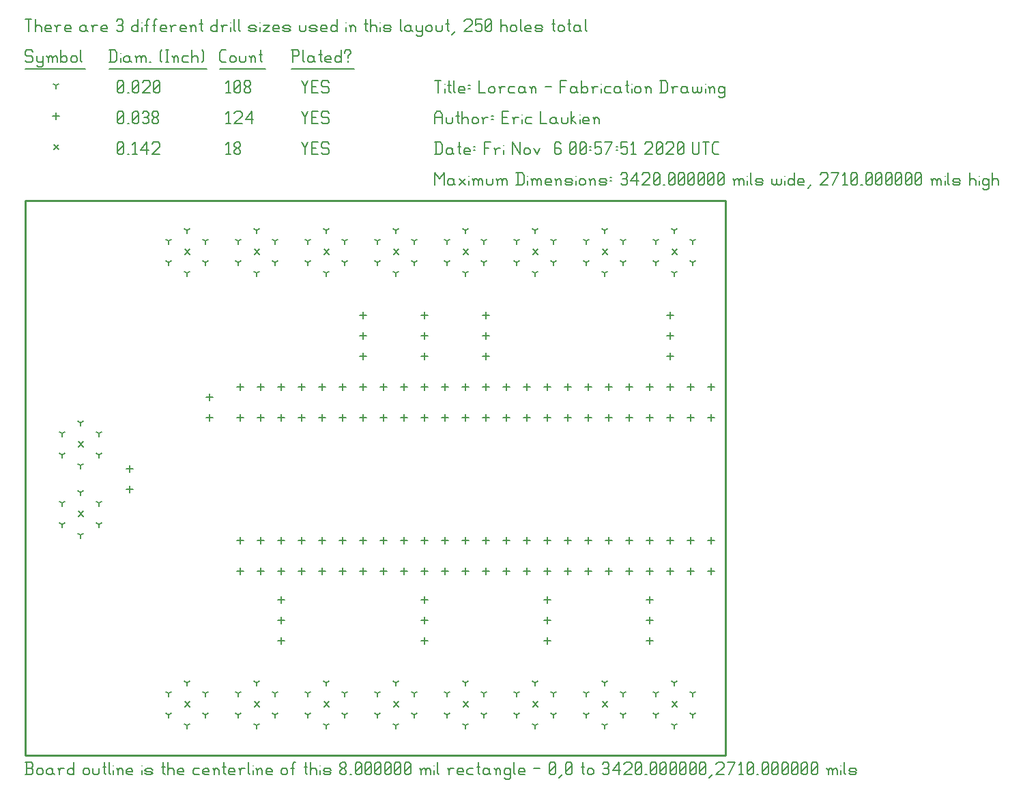
<source format=gbr>
G04 start of page 8 for group -3984 idx -3984 *
G04 Title: Lorcan, fab *
G04 Creator: pcb 4.2.2 *
G04 CreationDate: Fri Nov  6 00:57:51 2020 UTC *
G04 For: ericl *
G04 Format: Gerber/RS-274X *
G04 PCB-Dimensions (mil): 3420.00 2710.00 *
G04 PCB-Coordinate-Origin: lower left *
%MOIN*%
%FSLAX25Y25*%
%LNFAB*%
%ADD40C,0.0100*%
%ADD39C,0.0075*%
%ADD38C,0.0060*%
%ADD37C,0.0080*%
G54D37*X25800Y153200D02*X28200Y150800D01*
X25800D02*X28200Y153200D01*
X25800Y119200D02*X28200Y116800D01*
X25800D02*X28200Y119200D01*
X111800Y26200D02*X114200Y23800D01*
X111800D02*X114200Y26200D01*
X77800D02*X80200Y23800D01*
X77800D02*X80200Y26200D01*
X179800D02*X182200Y23800D01*
X179800D02*X182200Y26200D01*
X145800D02*X148200Y23800D01*
X145800D02*X148200Y26200D01*
X247800D02*X250200Y23800D01*
X247800D02*X250200Y26200D01*
X213800D02*X216200Y23800D01*
X213800D02*X216200Y26200D01*
X315800D02*X318200Y23800D01*
X315800D02*X318200Y26200D01*
X281800D02*X284200Y23800D01*
X281800D02*X284200Y26200D01*
X111800Y247200D02*X114200Y244800D01*
X111800D02*X114200Y247200D01*
X77800D02*X80200Y244800D01*
X77800D02*X80200Y247200D01*
X179800D02*X182200Y244800D01*
X179800D02*X182200Y247200D01*
X145800D02*X148200Y244800D01*
X145800D02*X148200Y247200D01*
X247800D02*X250200Y244800D01*
X247800D02*X250200Y247200D01*
X213800D02*X216200Y244800D01*
X213800D02*X216200Y247200D01*
X315800D02*X318200Y244800D01*
X315800D02*X318200Y247200D01*
X281800D02*X284200Y244800D01*
X281800D02*X284200Y247200D01*
X13800Y298450D02*X16200Y296050D01*
X13800D02*X16200Y298450D01*
G54D38*X135000Y299500D02*X136500Y296500D01*
X138000Y299500D01*
X136500Y296500D02*Y293500D01*
X139800Y296800D02*X142050D01*
X139800Y293500D02*X142800D01*
X139800Y299500D02*Y293500D01*
Y299500D02*X142800D01*
X147600D02*X148350Y298750D01*
X145350Y299500D02*X147600D01*
X144600Y298750D02*X145350Y299500D01*
X144600Y298750D02*Y297250D01*
X145350Y296500D01*
X147600D01*
X148350Y295750D01*
Y294250D01*
X147600Y293500D02*X148350Y294250D01*
X145350Y293500D02*X147600D01*
X144600Y294250D02*X145350Y293500D01*
X98000Y298300D02*X99200Y299500D01*
Y293500D01*
X98000D02*X100250D01*
X102050Y294250D02*X102800Y293500D01*
X102050Y295450D02*Y294250D01*
Y295450D02*X103100Y296500D01*
X104000D01*
X105050Y295450D01*
Y294250D01*
X104300Y293500D02*X105050Y294250D01*
X102800Y293500D02*X104300D01*
X102050Y297550D02*X103100Y296500D01*
X102050Y298750D02*Y297550D01*
Y298750D02*X102800Y299500D01*
X104300D01*
X105050Y298750D01*
Y297550D01*
X104000Y296500D02*X105050Y297550D01*
X45000Y294250D02*X45750Y293500D01*
X45000Y298750D02*Y294250D01*
Y298750D02*X45750Y299500D01*
X47250D01*
X48000Y298750D01*
Y294250D01*
X47250Y293500D02*X48000Y294250D01*
X45750Y293500D02*X47250D01*
X45000Y295000D02*X48000Y298000D01*
X49800Y293500D02*X50550D01*
X52350Y298300D02*X53550Y299500D01*
Y293500D01*
X52350D02*X54600D01*
X56400Y295750D02*X59400Y299500D01*
X56400Y295750D02*X60150D01*
X59400Y299500D02*Y293500D01*
X61950Y298750D02*X62700Y299500D01*
X64950D01*
X65700Y298750D01*
Y297250D01*
X61950Y293500D02*X65700Y297250D01*
X61950Y293500D02*X65700D01*
X105000Y166600D02*Y163400D01*
X103400Y165000D02*X106600D01*
X115000Y166600D02*Y163400D01*
X113400Y165000D02*X116600D01*
X125000Y166600D02*Y163400D01*
X123400Y165000D02*X126600D01*
X135000Y166600D02*Y163400D01*
X133400Y165000D02*X136600D01*
X145000Y166600D02*Y163400D01*
X143400Y165000D02*X146600D01*
X155000Y166600D02*Y163400D01*
X153400Y165000D02*X156600D01*
X165000Y166600D02*Y163400D01*
X163400Y165000D02*X166600D01*
X175000Y166600D02*Y163400D01*
X173400Y165000D02*X176600D01*
X185000Y166600D02*Y163400D01*
X183400Y165000D02*X186600D01*
X195000Y166600D02*Y163400D01*
X193400Y165000D02*X196600D01*
X205000Y166600D02*Y163400D01*
X203400Y165000D02*X206600D01*
X215000Y166600D02*Y163400D01*
X213400Y165000D02*X216600D01*
X225000Y166600D02*Y163400D01*
X223400Y165000D02*X226600D01*
X235000Y166600D02*Y163400D01*
X233400Y165000D02*X236600D01*
X245000Y166600D02*Y163400D01*
X243400Y165000D02*X246600D01*
X255000Y166600D02*Y163400D01*
X253400Y165000D02*X256600D01*
X265000Y166600D02*Y163400D01*
X263400Y165000D02*X266600D01*
X275000Y166600D02*Y163400D01*
X273400Y165000D02*X276600D01*
X285000Y166600D02*Y163400D01*
X283400Y165000D02*X286600D01*
X295000Y166600D02*Y163400D01*
X293400Y165000D02*X296600D01*
X305000Y166600D02*Y163400D01*
X303400Y165000D02*X306600D01*
X315000Y166600D02*Y163400D01*
X313400Y165000D02*X316600D01*
X325000Y166600D02*Y163400D01*
X323400Y165000D02*X326600D01*
X335000Y166600D02*Y163400D01*
X333400Y165000D02*X336600D01*
X105000Y106600D02*Y103400D01*
X103400Y105000D02*X106600D01*
X115000Y106600D02*Y103400D01*
X113400Y105000D02*X116600D01*
X125000Y106600D02*Y103400D01*
X123400Y105000D02*X126600D01*
X135000Y106600D02*Y103400D01*
X133400Y105000D02*X136600D01*
X145000Y106600D02*Y103400D01*
X143400Y105000D02*X146600D01*
X155000Y106600D02*Y103400D01*
X153400Y105000D02*X156600D01*
X165000Y106600D02*Y103400D01*
X163400Y105000D02*X166600D01*
X175000Y106600D02*Y103400D01*
X173400Y105000D02*X176600D01*
X185000Y106600D02*Y103400D01*
X183400Y105000D02*X186600D01*
X195000Y106600D02*Y103400D01*
X193400Y105000D02*X196600D01*
X205000Y106600D02*Y103400D01*
X203400Y105000D02*X206600D01*
X215000Y106600D02*Y103400D01*
X213400Y105000D02*X216600D01*
X225000Y106600D02*Y103400D01*
X223400Y105000D02*X226600D01*
X235000Y106600D02*Y103400D01*
X233400Y105000D02*X236600D01*
X245000Y106600D02*Y103400D01*
X243400Y105000D02*X246600D01*
X255000Y106600D02*Y103400D01*
X253400Y105000D02*X256600D01*
X265000Y106600D02*Y103400D01*
X263400Y105000D02*X266600D01*
X275000Y106600D02*Y103400D01*
X273400Y105000D02*X276600D01*
X285000Y106600D02*Y103400D01*
X283400Y105000D02*X286600D01*
X295000Y106600D02*Y103400D01*
X293400Y105000D02*X296600D01*
X305000Y106600D02*Y103400D01*
X303400Y105000D02*X306600D01*
X315000Y106600D02*Y103400D01*
X313400Y105000D02*X316600D01*
X325000Y106600D02*Y103400D01*
X323400Y105000D02*X326600D01*
X335000Y106600D02*Y103400D01*
X333400Y105000D02*X336600D01*
X195000Y216600D02*Y213400D01*
X193400Y215000D02*X196600D01*
X195000Y206600D02*Y203400D01*
X193400Y205000D02*X196600D01*
X195000Y196600D02*Y193400D01*
X193400Y195000D02*X196600D01*
X225000Y216600D02*Y213400D01*
X223400Y215000D02*X226600D01*
X225000Y206600D02*Y203400D01*
X223400Y205000D02*X226600D01*
X225000Y196600D02*Y193400D01*
X223400Y195000D02*X226600D01*
X255000Y57600D02*Y54400D01*
X253400Y56000D02*X256600D01*
X255000Y67600D02*Y64400D01*
X253400Y66000D02*X256600D01*
X255000Y77600D02*Y74400D01*
X253400Y76000D02*X256600D01*
X305000Y57600D02*Y54400D01*
X303400Y56000D02*X306600D01*
X305000Y67600D02*Y64400D01*
X303400Y66000D02*X306600D01*
X305000Y77600D02*Y74400D01*
X303400Y76000D02*X306600D01*
X195000Y57600D02*Y54400D01*
X193400Y56000D02*X196600D01*
X195000Y67600D02*Y64400D01*
X193400Y66000D02*X196600D01*
X195000Y77600D02*Y74400D01*
X193400Y76000D02*X196600D01*
X125000Y57600D02*Y54400D01*
X123400Y56000D02*X126600D01*
X125000Y67600D02*Y64400D01*
X123400Y66000D02*X126600D01*
X125000Y77600D02*Y74400D01*
X123400Y76000D02*X126600D01*
X165000Y216600D02*Y213400D01*
X163400Y215000D02*X166600D01*
X165000Y206600D02*Y203400D01*
X163400Y205000D02*X166600D01*
X165000Y196600D02*Y193400D01*
X163400Y195000D02*X166600D01*
X315000Y216600D02*Y213400D01*
X313400Y215000D02*X316600D01*
X315000Y206600D02*Y203400D01*
X313400Y205000D02*X316600D01*
X315000Y196600D02*Y193400D01*
X313400Y195000D02*X316600D01*
X51000Y131600D02*Y128400D01*
X49400Y130000D02*X52600D01*
X51000Y141600D02*Y138400D01*
X49400Y140000D02*X52600D01*
X105000Y181600D02*Y178400D01*
X103400Y180000D02*X106600D01*
X115000Y181600D02*Y178400D01*
X113400Y180000D02*X116600D01*
X125000Y181600D02*Y178400D01*
X123400Y180000D02*X126600D01*
X135000Y181600D02*Y178400D01*
X133400Y180000D02*X136600D01*
X145000Y181600D02*Y178400D01*
X143400Y180000D02*X146600D01*
X155000Y181600D02*Y178400D01*
X153400Y180000D02*X156600D01*
X165000Y181600D02*Y178400D01*
X163400Y180000D02*X166600D01*
X175000Y181600D02*Y178400D01*
X173400Y180000D02*X176600D01*
X185000Y181600D02*Y178400D01*
X183400Y180000D02*X186600D01*
X195000Y181600D02*Y178400D01*
X193400Y180000D02*X196600D01*
X205000Y181600D02*Y178400D01*
X203400Y180000D02*X206600D01*
X215000Y181600D02*Y178400D01*
X213400Y180000D02*X216600D01*
X225000Y181600D02*Y178400D01*
X223400Y180000D02*X226600D01*
X235000Y181600D02*Y178400D01*
X233400Y180000D02*X236600D01*
X245000Y181600D02*Y178400D01*
X243400Y180000D02*X246600D01*
X255000Y181600D02*Y178400D01*
X253400Y180000D02*X256600D01*
X265000Y181600D02*Y178400D01*
X263400Y180000D02*X266600D01*
X275000Y181600D02*Y178400D01*
X273400Y180000D02*X276600D01*
X285000Y181600D02*Y178400D01*
X283400Y180000D02*X286600D01*
X295000Y181600D02*Y178400D01*
X293400Y180000D02*X296600D01*
X305000Y181600D02*Y178400D01*
X303400Y180000D02*X306600D01*
X315000Y181600D02*Y178400D01*
X313400Y180000D02*X316600D01*
X325000Y181600D02*Y178400D01*
X323400Y180000D02*X326600D01*
X335000Y181600D02*Y178400D01*
X333400Y180000D02*X336600D01*
X105000Y91600D02*Y88400D01*
X103400Y90000D02*X106600D01*
X115000Y91600D02*Y88400D01*
X113400Y90000D02*X116600D01*
X125000Y91600D02*Y88400D01*
X123400Y90000D02*X126600D01*
X135000Y91600D02*Y88400D01*
X133400Y90000D02*X136600D01*
X145000Y91600D02*Y88400D01*
X143400Y90000D02*X146600D01*
X155000Y91600D02*Y88400D01*
X153400Y90000D02*X156600D01*
X165000Y91600D02*Y88400D01*
X163400Y90000D02*X166600D01*
X175000Y91600D02*Y88400D01*
X173400Y90000D02*X176600D01*
X185000Y91600D02*Y88400D01*
X183400Y90000D02*X186600D01*
X195000Y91600D02*Y88400D01*
X193400Y90000D02*X196600D01*
X205000Y91600D02*Y88400D01*
X203400Y90000D02*X206600D01*
X215000Y91600D02*Y88400D01*
X213400Y90000D02*X216600D01*
X225000Y91600D02*Y88400D01*
X223400Y90000D02*X226600D01*
X235000Y91600D02*Y88400D01*
X233400Y90000D02*X236600D01*
X245000Y91600D02*Y88400D01*
X243400Y90000D02*X246600D01*
X255000Y91600D02*Y88400D01*
X253400Y90000D02*X256600D01*
X265000Y91600D02*Y88400D01*
X263400Y90000D02*X266600D01*
X275000Y91600D02*Y88400D01*
X273400Y90000D02*X276600D01*
X285000Y91600D02*Y88400D01*
X283400Y90000D02*X286600D01*
X295000Y91600D02*Y88400D01*
X293400Y90000D02*X296600D01*
X305000Y91600D02*Y88400D01*
X303400Y90000D02*X306600D01*
X315000Y91600D02*Y88400D01*
X313400Y90000D02*X316600D01*
X325000Y91600D02*Y88400D01*
X323400Y90000D02*X326600D01*
X335000Y91600D02*Y88400D01*
X333400Y90000D02*X336600D01*
X90000Y176600D02*Y173400D01*
X88400Y175000D02*X91600D01*
X90000Y166600D02*Y163400D01*
X88400Y165000D02*X91600D01*
X15000Y313850D02*Y310650D01*
X13400Y312250D02*X16600D01*
X135000Y314500D02*X136500Y311500D01*
X138000Y314500D01*
X136500Y311500D02*Y308500D01*
X139800Y311800D02*X142050D01*
X139800Y308500D02*X142800D01*
X139800Y314500D02*Y308500D01*
Y314500D02*X142800D01*
X147600D02*X148350Y313750D01*
X145350Y314500D02*X147600D01*
X144600Y313750D02*X145350Y314500D01*
X144600Y313750D02*Y312250D01*
X145350Y311500D01*
X147600D01*
X148350Y310750D01*
Y309250D01*
X147600Y308500D02*X148350Y309250D01*
X145350Y308500D02*X147600D01*
X144600Y309250D02*X145350Y308500D01*
X98000Y313300D02*X99200Y314500D01*
Y308500D01*
X98000D02*X100250D01*
X102050Y313750D02*X102800Y314500D01*
X105050D01*
X105800Y313750D01*
Y312250D01*
X102050Y308500D02*X105800Y312250D01*
X102050Y308500D02*X105800D01*
X107600Y310750D02*X110600Y314500D01*
X107600Y310750D02*X111350D01*
X110600Y314500D02*Y308500D01*
X45000Y309250D02*X45750Y308500D01*
X45000Y313750D02*Y309250D01*
Y313750D02*X45750Y314500D01*
X47250D01*
X48000Y313750D01*
Y309250D01*
X47250Y308500D02*X48000Y309250D01*
X45750Y308500D02*X47250D01*
X45000Y310000D02*X48000Y313000D01*
X49800Y308500D02*X50550D01*
X52350Y309250D02*X53100Y308500D01*
X52350Y313750D02*Y309250D01*
Y313750D02*X53100Y314500D01*
X54600D01*
X55350Y313750D01*
Y309250D01*
X54600Y308500D02*X55350Y309250D01*
X53100Y308500D02*X54600D01*
X52350Y310000D02*X55350Y313000D01*
X57150Y313750D02*X57900Y314500D01*
X59400D01*
X60150Y313750D01*
X59400Y308500D02*X60150Y309250D01*
X57900Y308500D02*X59400D01*
X57150Y309250D02*X57900Y308500D01*
Y311800D02*X59400D01*
X60150Y313750D02*Y312550D01*
Y311050D02*Y309250D01*
Y311050D02*X59400Y311800D01*
X60150Y312550D02*X59400Y311800D01*
X61950Y309250D02*X62700Y308500D01*
X61950Y310450D02*Y309250D01*
Y310450D02*X63000Y311500D01*
X63900D01*
X64950Y310450D01*
Y309250D01*
X64200Y308500D02*X64950Y309250D01*
X62700Y308500D02*X64200D01*
X61950Y312550D02*X63000Y311500D01*
X61950Y313750D02*Y312550D01*
Y313750D02*X62700Y314500D01*
X64200D01*
X64950Y313750D01*
Y312550D01*
X63900Y311500D02*X64950Y312550D01*
X27000Y141567D02*Y139967D01*
Y141567D02*X28387Y142367D01*
X27000Y141567D02*X25613Y142367D01*
X27000Y162433D02*Y160833D01*
Y162433D02*X28387Y163233D01*
X27000Y162433D02*X25613Y163233D01*
X17965Y146784D02*Y145184D01*
Y146784D02*X19352Y147584D01*
X17965Y146784D02*X16578Y147584D01*
X36035Y146784D02*Y145184D01*
Y146784D02*X37422Y147584D01*
X36035Y146784D02*X34648Y147584D01*
X17965Y157216D02*Y155616D01*
Y157216D02*X19352Y158016D01*
X17965Y157216D02*X16578Y158016D01*
X36035Y157216D02*Y155616D01*
Y157216D02*X37422Y158016D01*
X36035Y157216D02*X34648Y158016D01*
X27000Y107567D02*Y105967D01*
Y107567D02*X28387Y108367D01*
X27000Y107567D02*X25613Y108367D01*
X27000Y128433D02*Y126833D01*
Y128433D02*X28387Y129233D01*
X27000Y128433D02*X25613Y129233D01*
X17965Y112784D02*Y111184D01*
Y112784D02*X19352Y113584D01*
X17965Y112784D02*X16578Y113584D01*
X36035Y112784D02*Y111184D01*
Y112784D02*X37422Y113584D01*
X36035Y112784D02*X34648Y113584D01*
X17965Y123216D02*Y121616D01*
Y123216D02*X19352Y124016D01*
X17965Y123216D02*X16578Y124016D01*
X36035Y123216D02*Y121616D01*
Y123216D02*X37422Y124016D01*
X36035Y123216D02*X34648Y124016D01*
X113000Y14567D02*Y12967D01*
Y14567D02*X114387Y15367D01*
X113000Y14567D02*X111613Y15367D01*
X113000Y35433D02*Y33833D01*
Y35433D02*X114387Y36233D01*
X113000Y35433D02*X111613Y36233D01*
X103965Y19784D02*Y18184D01*
Y19784D02*X105352Y20584D01*
X103965Y19784D02*X102578Y20584D01*
X122035Y19784D02*Y18184D01*
Y19784D02*X123422Y20584D01*
X122035Y19784D02*X120648Y20584D01*
X103965Y30216D02*Y28616D01*
Y30216D02*X105352Y31016D01*
X103965Y30216D02*X102578Y31016D01*
X122035Y30216D02*Y28616D01*
Y30216D02*X123422Y31016D01*
X122035Y30216D02*X120648Y31016D01*
X79000Y14567D02*Y12967D01*
Y14567D02*X80387Y15367D01*
X79000Y14567D02*X77613Y15367D01*
X79000Y35433D02*Y33833D01*
Y35433D02*X80387Y36233D01*
X79000Y35433D02*X77613Y36233D01*
X69965Y19784D02*Y18184D01*
Y19784D02*X71352Y20584D01*
X69965Y19784D02*X68578Y20584D01*
X88035Y19784D02*Y18184D01*
Y19784D02*X89422Y20584D01*
X88035Y19784D02*X86648Y20584D01*
X69965Y30216D02*Y28616D01*
Y30216D02*X71352Y31016D01*
X69965Y30216D02*X68578Y31016D01*
X88035Y30216D02*Y28616D01*
Y30216D02*X89422Y31016D01*
X88035Y30216D02*X86648Y31016D01*
X181000Y14567D02*Y12967D01*
Y14567D02*X182387Y15367D01*
X181000Y14567D02*X179613Y15367D01*
X181000Y35433D02*Y33833D01*
Y35433D02*X182387Y36233D01*
X181000Y35433D02*X179613Y36233D01*
X171965Y19784D02*Y18184D01*
Y19784D02*X173352Y20584D01*
X171965Y19784D02*X170578Y20584D01*
X190035Y19784D02*Y18184D01*
Y19784D02*X191422Y20584D01*
X190035Y19784D02*X188648Y20584D01*
X171965Y30216D02*Y28616D01*
Y30216D02*X173352Y31016D01*
X171965Y30216D02*X170578Y31016D01*
X190035Y30216D02*Y28616D01*
Y30216D02*X191422Y31016D01*
X190035Y30216D02*X188648Y31016D01*
X147000Y14567D02*Y12967D01*
Y14567D02*X148387Y15367D01*
X147000Y14567D02*X145613Y15367D01*
X147000Y35433D02*Y33833D01*
Y35433D02*X148387Y36233D01*
X147000Y35433D02*X145613Y36233D01*
X137965Y19784D02*Y18184D01*
Y19784D02*X139352Y20584D01*
X137965Y19784D02*X136578Y20584D01*
X156035Y19784D02*Y18184D01*
Y19784D02*X157422Y20584D01*
X156035Y19784D02*X154648Y20584D01*
X137965Y30216D02*Y28616D01*
Y30216D02*X139352Y31016D01*
X137965Y30216D02*X136578Y31016D01*
X156035Y30216D02*Y28616D01*
Y30216D02*X157422Y31016D01*
X156035Y30216D02*X154648Y31016D01*
X249000Y14567D02*Y12967D01*
Y14567D02*X250387Y15367D01*
X249000Y14567D02*X247613Y15367D01*
X249000Y35433D02*Y33833D01*
Y35433D02*X250387Y36233D01*
X249000Y35433D02*X247613Y36233D01*
X239965Y19784D02*Y18184D01*
Y19784D02*X241352Y20584D01*
X239965Y19784D02*X238578Y20584D01*
X258035Y19784D02*Y18184D01*
Y19784D02*X259422Y20584D01*
X258035Y19784D02*X256648Y20584D01*
X239965Y30216D02*Y28616D01*
Y30216D02*X241352Y31016D01*
X239965Y30216D02*X238578Y31016D01*
X258035Y30216D02*Y28616D01*
Y30216D02*X259422Y31016D01*
X258035Y30216D02*X256648Y31016D01*
X215000Y14567D02*Y12967D01*
Y14567D02*X216387Y15367D01*
X215000Y14567D02*X213613Y15367D01*
X215000Y35433D02*Y33833D01*
Y35433D02*X216387Y36233D01*
X215000Y35433D02*X213613Y36233D01*
X205965Y19784D02*Y18184D01*
Y19784D02*X207352Y20584D01*
X205965Y19784D02*X204578Y20584D01*
X224035Y19784D02*Y18184D01*
Y19784D02*X225422Y20584D01*
X224035Y19784D02*X222648Y20584D01*
X205965Y30216D02*Y28616D01*
Y30216D02*X207352Y31016D01*
X205965Y30216D02*X204578Y31016D01*
X224035Y30216D02*Y28616D01*
Y30216D02*X225422Y31016D01*
X224035Y30216D02*X222648Y31016D01*
X317000Y14567D02*Y12967D01*
Y14567D02*X318387Y15367D01*
X317000Y14567D02*X315613Y15367D01*
X317000Y35433D02*Y33833D01*
Y35433D02*X318387Y36233D01*
X317000Y35433D02*X315613Y36233D01*
X307965Y19784D02*Y18184D01*
Y19784D02*X309352Y20584D01*
X307965Y19784D02*X306578Y20584D01*
X326035Y19784D02*Y18184D01*
Y19784D02*X327422Y20584D01*
X326035Y19784D02*X324648Y20584D01*
X307965Y30216D02*Y28616D01*
Y30216D02*X309352Y31016D01*
X307965Y30216D02*X306578Y31016D01*
X326035Y30216D02*Y28616D01*
Y30216D02*X327422Y31016D01*
X326035Y30216D02*X324648Y31016D01*
X283000Y14567D02*Y12967D01*
Y14567D02*X284387Y15367D01*
X283000Y14567D02*X281613Y15367D01*
X283000Y35433D02*Y33833D01*
Y35433D02*X284387Y36233D01*
X283000Y35433D02*X281613Y36233D01*
X273965Y19784D02*Y18184D01*
Y19784D02*X275352Y20584D01*
X273965Y19784D02*X272578Y20584D01*
X292035Y19784D02*Y18184D01*
Y19784D02*X293422Y20584D01*
X292035Y19784D02*X290648Y20584D01*
X273965Y30216D02*Y28616D01*
Y30216D02*X275352Y31016D01*
X273965Y30216D02*X272578Y31016D01*
X292035Y30216D02*Y28616D01*
Y30216D02*X293422Y31016D01*
X292035Y30216D02*X290648Y31016D01*
X113000Y235567D02*Y233967D01*
Y235567D02*X114387Y236367D01*
X113000Y235567D02*X111613Y236367D01*
X113000Y256433D02*Y254833D01*
Y256433D02*X114387Y257233D01*
X113000Y256433D02*X111613Y257233D01*
X103965Y240784D02*Y239184D01*
Y240784D02*X105352Y241584D01*
X103965Y240784D02*X102578Y241584D01*
X122035Y240784D02*Y239184D01*
Y240784D02*X123422Y241584D01*
X122035Y240784D02*X120648Y241584D01*
X103965Y251216D02*Y249616D01*
Y251216D02*X105352Y252016D01*
X103965Y251216D02*X102578Y252016D01*
X122035Y251216D02*Y249616D01*
Y251216D02*X123422Y252016D01*
X122035Y251216D02*X120648Y252016D01*
X79000Y235567D02*Y233967D01*
Y235567D02*X80387Y236367D01*
X79000Y235567D02*X77613Y236367D01*
X79000Y256433D02*Y254833D01*
Y256433D02*X80387Y257233D01*
X79000Y256433D02*X77613Y257233D01*
X69965Y240784D02*Y239184D01*
Y240784D02*X71352Y241584D01*
X69965Y240784D02*X68578Y241584D01*
X88035Y240784D02*Y239184D01*
Y240784D02*X89422Y241584D01*
X88035Y240784D02*X86648Y241584D01*
X69965Y251216D02*Y249616D01*
Y251216D02*X71352Y252016D01*
X69965Y251216D02*X68578Y252016D01*
X88035Y251216D02*Y249616D01*
Y251216D02*X89422Y252016D01*
X88035Y251216D02*X86648Y252016D01*
X181000Y235567D02*Y233967D01*
Y235567D02*X182387Y236367D01*
X181000Y235567D02*X179613Y236367D01*
X181000Y256433D02*Y254833D01*
Y256433D02*X182387Y257233D01*
X181000Y256433D02*X179613Y257233D01*
X171965Y240784D02*Y239184D01*
Y240784D02*X173352Y241584D01*
X171965Y240784D02*X170578Y241584D01*
X190035Y240784D02*Y239184D01*
Y240784D02*X191422Y241584D01*
X190035Y240784D02*X188648Y241584D01*
X171965Y251216D02*Y249616D01*
Y251216D02*X173352Y252016D01*
X171965Y251216D02*X170578Y252016D01*
X190035Y251216D02*Y249616D01*
Y251216D02*X191422Y252016D01*
X190035Y251216D02*X188648Y252016D01*
X147000Y235567D02*Y233967D01*
Y235567D02*X148387Y236367D01*
X147000Y235567D02*X145613Y236367D01*
X147000Y256433D02*Y254833D01*
Y256433D02*X148387Y257233D01*
X147000Y256433D02*X145613Y257233D01*
X137965Y240784D02*Y239184D01*
Y240784D02*X139352Y241584D01*
X137965Y240784D02*X136578Y241584D01*
X156035Y240784D02*Y239184D01*
Y240784D02*X157422Y241584D01*
X156035Y240784D02*X154648Y241584D01*
X137965Y251216D02*Y249616D01*
Y251216D02*X139352Y252016D01*
X137965Y251216D02*X136578Y252016D01*
X156035Y251216D02*Y249616D01*
Y251216D02*X157422Y252016D01*
X156035Y251216D02*X154648Y252016D01*
X249000Y235567D02*Y233967D01*
Y235567D02*X250387Y236367D01*
X249000Y235567D02*X247613Y236367D01*
X249000Y256433D02*Y254833D01*
Y256433D02*X250387Y257233D01*
X249000Y256433D02*X247613Y257233D01*
X239965Y240784D02*Y239184D01*
Y240784D02*X241352Y241584D01*
X239965Y240784D02*X238578Y241584D01*
X258035Y240784D02*Y239184D01*
Y240784D02*X259422Y241584D01*
X258035Y240784D02*X256648Y241584D01*
X239965Y251216D02*Y249616D01*
Y251216D02*X241352Y252016D01*
X239965Y251216D02*X238578Y252016D01*
X258035Y251216D02*Y249616D01*
Y251216D02*X259422Y252016D01*
X258035Y251216D02*X256648Y252016D01*
X215000Y235567D02*Y233967D01*
Y235567D02*X216387Y236367D01*
X215000Y235567D02*X213613Y236367D01*
X215000Y256433D02*Y254833D01*
Y256433D02*X216387Y257233D01*
X215000Y256433D02*X213613Y257233D01*
X205965Y240784D02*Y239184D01*
Y240784D02*X207352Y241584D01*
X205965Y240784D02*X204578Y241584D01*
X224035Y240784D02*Y239184D01*
Y240784D02*X225422Y241584D01*
X224035Y240784D02*X222648Y241584D01*
X205965Y251216D02*Y249616D01*
Y251216D02*X207352Y252016D01*
X205965Y251216D02*X204578Y252016D01*
X224035Y251216D02*Y249616D01*
Y251216D02*X225422Y252016D01*
X224035Y251216D02*X222648Y252016D01*
X317000Y235567D02*Y233967D01*
Y235567D02*X318387Y236367D01*
X317000Y235567D02*X315613Y236367D01*
X317000Y256433D02*Y254833D01*
Y256433D02*X318387Y257233D01*
X317000Y256433D02*X315613Y257233D01*
X307965Y240784D02*Y239184D01*
Y240784D02*X309352Y241584D01*
X307965Y240784D02*X306578Y241584D01*
X326035Y240784D02*Y239184D01*
Y240784D02*X327422Y241584D01*
X326035Y240784D02*X324648Y241584D01*
X307965Y251216D02*Y249616D01*
Y251216D02*X309352Y252016D01*
X307965Y251216D02*X306578Y252016D01*
X326035Y251216D02*Y249616D01*
Y251216D02*X327422Y252016D01*
X326035Y251216D02*X324648Y252016D01*
X283000Y235567D02*Y233967D01*
Y235567D02*X284387Y236367D01*
X283000Y235567D02*X281613Y236367D01*
X283000Y256433D02*Y254833D01*
Y256433D02*X284387Y257233D01*
X283000Y256433D02*X281613Y257233D01*
X273965Y240784D02*Y239184D01*
Y240784D02*X275352Y241584D01*
X273965Y240784D02*X272578Y241584D01*
X292035Y240784D02*Y239184D01*
Y240784D02*X293422Y241584D01*
X292035Y240784D02*X290648Y241584D01*
X273965Y251216D02*Y249616D01*
Y251216D02*X275352Y252016D01*
X273965Y251216D02*X272578Y252016D01*
X292035Y251216D02*Y249616D01*
Y251216D02*X293422Y252016D01*
X292035Y251216D02*X290648Y252016D01*
X15000Y327250D02*Y325650D01*
Y327250D02*X16387Y328050D01*
X15000Y327250D02*X13613Y328050D01*
X135000Y329500D02*X136500Y326500D01*
X138000Y329500D01*
X136500Y326500D02*Y323500D01*
X139800Y326800D02*X142050D01*
X139800Y323500D02*X142800D01*
X139800Y329500D02*Y323500D01*
Y329500D02*X142800D01*
X147600D02*X148350Y328750D01*
X145350Y329500D02*X147600D01*
X144600Y328750D02*X145350Y329500D01*
X144600Y328750D02*Y327250D01*
X145350Y326500D01*
X147600D01*
X148350Y325750D01*
Y324250D01*
X147600Y323500D02*X148350Y324250D01*
X145350Y323500D02*X147600D01*
X144600Y324250D02*X145350Y323500D01*
X98000Y328300D02*X99200Y329500D01*
Y323500D01*
X98000D02*X100250D01*
X102050Y324250D02*X102800Y323500D01*
X102050Y328750D02*Y324250D01*
Y328750D02*X102800Y329500D01*
X104300D01*
X105050Y328750D01*
Y324250D01*
X104300Y323500D02*X105050Y324250D01*
X102800Y323500D02*X104300D01*
X102050Y325000D02*X105050Y328000D01*
X106850Y324250D02*X107600Y323500D01*
X106850Y325450D02*Y324250D01*
Y325450D02*X107900Y326500D01*
X108800D01*
X109850Y325450D01*
Y324250D01*
X109100Y323500D02*X109850Y324250D01*
X107600Y323500D02*X109100D01*
X106850Y327550D02*X107900Y326500D01*
X106850Y328750D02*Y327550D01*
Y328750D02*X107600Y329500D01*
X109100D01*
X109850Y328750D01*
Y327550D01*
X108800Y326500D02*X109850Y327550D01*
X45000Y324250D02*X45750Y323500D01*
X45000Y328750D02*Y324250D01*
Y328750D02*X45750Y329500D01*
X47250D01*
X48000Y328750D01*
Y324250D01*
X47250Y323500D02*X48000Y324250D01*
X45750Y323500D02*X47250D01*
X45000Y325000D02*X48000Y328000D01*
X49800Y323500D02*X50550D01*
X52350Y324250D02*X53100Y323500D01*
X52350Y328750D02*Y324250D01*
Y328750D02*X53100Y329500D01*
X54600D01*
X55350Y328750D01*
Y324250D01*
X54600Y323500D02*X55350Y324250D01*
X53100Y323500D02*X54600D01*
X52350Y325000D02*X55350Y328000D01*
X57150Y328750D02*X57900Y329500D01*
X60150D01*
X60900Y328750D01*
Y327250D01*
X57150Y323500D02*X60900Y327250D01*
X57150Y323500D02*X60900D01*
X62700Y324250D02*X63450Y323500D01*
X62700Y328750D02*Y324250D01*
Y328750D02*X63450Y329500D01*
X64950D01*
X65700Y328750D01*
Y324250D01*
X64950Y323500D02*X65700Y324250D01*
X63450Y323500D02*X64950D01*
X62700Y325000D02*X65700Y328000D01*
X3000Y344500D02*X3750Y343750D01*
X750Y344500D02*X3000D01*
X0Y343750D02*X750Y344500D01*
X0Y343750D02*Y342250D01*
X750Y341500D01*
X3000D01*
X3750Y340750D01*
Y339250D01*
X3000Y338500D02*X3750Y339250D01*
X750Y338500D02*X3000D01*
X0Y339250D02*X750Y338500D01*
X5550Y341500D02*Y339250D01*
X6300Y338500D01*
X8550Y341500D02*Y337000D01*
X7800Y336250D02*X8550Y337000D01*
X6300Y336250D02*X7800D01*
X5550Y337000D02*X6300Y336250D01*
Y338500D02*X7800D01*
X8550Y339250D01*
X11100Y340750D02*Y338500D01*
Y340750D02*X11850Y341500D01*
X12600D01*
X13350Y340750D01*
Y338500D01*
Y340750D02*X14100Y341500D01*
X14850D01*
X15600Y340750D01*
Y338500D01*
X10350Y341500D02*X11100Y340750D01*
X17400Y344500D02*Y338500D01*
Y339250D02*X18150Y338500D01*
X19650D01*
X20400Y339250D01*
Y340750D02*Y339250D01*
X19650Y341500D02*X20400Y340750D01*
X18150Y341500D02*X19650D01*
X17400Y340750D02*X18150Y341500D01*
X22200Y340750D02*Y339250D01*
Y340750D02*X22950Y341500D01*
X24450D01*
X25200Y340750D01*
Y339250D01*
X24450Y338500D02*X25200Y339250D01*
X22950Y338500D02*X24450D01*
X22200Y339250D02*X22950Y338500D01*
X27000Y344500D02*Y339250D01*
X27750Y338500D01*
X0Y335250D02*X29250D01*
X41750Y344500D02*Y338500D01*
X43700Y344500D02*X44750Y343450D01*
Y339550D01*
X43700Y338500D02*X44750Y339550D01*
X41000Y338500D02*X43700D01*
X41000Y344500D02*X43700D01*
G54D39*X46550Y343000D02*Y342850D01*
G54D38*Y340750D02*Y338500D01*
X50300Y341500D02*X51050Y340750D01*
X48800Y341500D02*X50300D01*
X48050Y340750D02*X48800Y341500D01*
X48050Y340750D02*Y339250D01*
X48800Y338500D01*
X51050Y341500D02*Y339250D01*
X51800Y338500D01*
X48800D02*X50300D01*
X51050Y339250D01*
X54350Y340750D02*Y338500D01*
Y340750D02*X55100Y341500D01*
X55850D01*
X56600Y340750D01*
Y338500D01*
Y340750D02*X57350Y341500D01*
X58100D01*
X58850Y340750D01*
Y338500D01*
X53600Y341500D02*X54350Y340750D01*
X60650Y338500D02*X61400D01*
X65900Y339250D02*X66650Y338500D01*
X65900Y343750D02*X66650Y344500D01*
X65900Y343750D02*Y339250D01*
X68450Y344500D02*X69950D01*
X69200D02*Y338500D01*
X68450D02*X69950D01*
X72500Y340750D02*Y338500D01*
Y340750D02*X73250Y341500D01*
X74000D01*
X74750Y340750D01*
Y338500D01*
X71750Y341500D02*X72500Y340750D01*
X77300Y341500D02*X79550D01*
X76550Y340750D02*X77300Y341500D01*
X76550Y340750D02*Y339250D01*
X77300Y338500D01*
X79550D01*
X81350Y344500D02*Y338500D01*
Y340750D02*X82100Y341500D01*
X83600D01*
X84350Y340750D01*
Y338500D01*
X86150Y344500D02*X86900Y343750D01*
Y339250D01*
X86150Y338500D02*X86900Y339250D01*
X41000Y335250D02*X88700D01*
X96050Y338500D02*X98000D01*
X95000Y339550D02*X96050Y338500D01*
X95000Y343450D02*Y339550D01*
Y343450D02*X96050Y344500D01*
X98000D01*
X99800Y340750D02*Y339250D01*
Y340750D02*X100550Y341500D01*
X102050D01*
X102800Y340750D01*
Y339250D01*
X102050Y338500D02*X102800Y339250D01*
X100550Y338500D02*X102050D01*
X99800Y339250D02*X100550Y338500D01*
X104600Y341500D02*Y339250D01*
X105350Y338500D01*
X106850D01*
X107600Y339250D01*
Y341500D02*Y339250D01*
X110150Y340750D02*Y338500D01*
Y340750D02*X110900Y341500D01*
X111650D01*
X112400Y340750D01*
Y338500D01*
X109400Y341500D02*X110150Y340750D01*
X114950Y344500D02*Y339250D01*
X115700Y338500D01*
X114200Y342250D02*X115700D01*
X95000Y335250D02*X117200D01*
X130750Y344500D02*Y338500D01*
X130000Y344500D02*X133000D01*
X133750Y343750D01*
Y342250D01*
X133000Y341500D02*X133750Y342250D01*
X130750Y341500D02*X133000D01*
X135550Y344500D02*Y339250D01*
X136300Y338500D01*
X140050Y341500D02*X140800Y340750D01*
X138550Y341500D02*X140050D01*
X137800Y340750D02*X138550Y341500D01*
X137800Y340750D02*Y339250D01*
X138550Y338500D01*
X140800Y341500D02*Y339250D01*
X141550Y338500D01*
X138550D02*X140050D01*
X140800Y339250D01*
X144100Y344500D02*Y339250D01*
X144850Y338500D01*
X143350Y342250D02*X144850D01*
X147100Y338500D02*X149350D01*
X146350Y339250D02*X147100Y338500D01*
X146350Y340750D02*Y339250D01*
Y340750D02*X147100Y341500D01*
X148600D01*
X149350Y340750D01*
X146350Y340000D02*X149350D01*
Y340750D02*Y340000D01*
X154150Y344500D02*Y338500D01*
X153400D02*X154150Y339250D01*
X151900Y338500D02*X153400D01*
X151150Y339250D02*X151900Y338500D01*
X151150Y340750D02*Y339250D01*
Y340750D02*X151900Y341500D01*
X153400D01*
X154150Y340750D01*
X157450Y341500D02*Y340750D01*
Y339250D02*Y338500D01*
X155950Y343750D02*Y343000D01*
Y343750D02*X156700Y344500D01*
X158200D01*
X158950Y343750D01*
Y343000D01*
X157450Y341500D02*X158950Y343000D01*
X130000Y335250D02*X160750D01*
X0Y359500D02*X3000D01*
X1500D02*Y353500D01*
X4800Y359500D02*Y353500D01*
Y355750D02*X5550Y356500D01*
X7050D01*
X7800Y355750D01*
Y353500D01*
X10350D02*X12600D01*
X9600Y354250D02*X10350Y353500D01*
X9600Y355750D02*Y354250D01*
Y355750D02*X10350Y356500D01*
X11850D01*
X12600Y355750D01*
X9600Y355000D02*X12600D01*
Y355750D02*Y355000D01*
X15150Y355750D02*Y353500D01*
Y355750D02*X15900Y356500D01*
X17400D01*
X14400D02*X15150Y355750D01*
X19950Y353500D02*X22200D01*
X19200Y354250D02*X19950Y353500D01*
X19200Y355750D02*Y354250D01*
Y355750D02*X19950Y356500D01*
X21450D01*
X22200Y355750D01*
X19200Y355000D02*X22200D01*
Y355750D02*Y355000D01*
X28950Y356500D02*X29700Y355750D01*
X27450Y356500D02*X28950D01*
X26700Y355750D02*X27450Y356500D01*
X26700Y355750D02*Y354250D01*
X27450Y353500D01*
X29700Y356500D02*Y354250D01*
X30450Y353500D01*
X27450D02*X28950D01*
X29700Y354250D01*
X33000Y355750D02*Y353500D01*
Y355750D02*X33750Y356500D01*
X35250D01*
X32250D02*X33000Y355750D01*
X37800Y353500D02*X40050D01*
X37050Y354250D02*X37800Y353500D01*
X37050Y355750D02*Y354250D01*
Y355750D02*X37800Y356500D01*
X39300D01*
X40050Y355750D01*
X37050Y355000D02*X40050D01*
Y355750D02*Y355000D01*
X44550Y358750D02*X45300Y359500D01*
X46800D01*
X47550Y358750D01*
X46800Y353500D02*X47550Y354250D01*
X45300Y353500D02*X46800D01*
X44550Y354250D02*X45300Y353500D01*
Y356800D02*X46800D01*
X47550Y358750D02*Y357550D01*
Y356050D02*Y354250D01*
Y356050D02*X46800Y356800D01*
X47550Y357550D02*X46800Y356800D01*
X55050Y359500D02*Y353500D01*
X54300D02*X55050Y354250D01*
X52800Y353500D02*X54300D01*
X52050Y354250D02*X52800Y353500D01*
X52050Y355750D02*Y354250D01*
Y355750D02*X52800Y356500D01*
X54300D01*
X55050Y355750D01*
G54D39*X56850Y358000D02*Y357850D01*
G54D38*Y355750D02*Y353500D01*
X59100Y358750D02*Y353500D01*
Y358750D02*X59850Y359500D01*
X60600D01*
X58350Y356500D02*X59850D01*
X62850Y358750D02*Y353500D01*
Y358750D02*X63600Y359500D01*
X64350D01*
X62100Y356500D02*X63600D01*
X66600Y353500D02*X68850D01*
X65850Y354250D02*X66600Y353500D01*
X65850Y355750D02*Y354250D01*
Y355750D02*X66600Y356500D01*
X68100D01*
X68850Y355750D01*
X65850Y355000D02*X68850D01*
Y355750D02*Y355000D01*
X71400Y355750D02*Y353500D01*
Y355750D02*X72150Y356500D01*
X73650D01*
X70650D02*X71400Y355750D01*
X76200Y353500D02*X78450D01*
X75450Y354250D02*X76200Y353500D01*
X75450Y355750D02*Y354250D01*
Y355750D02*X76200Y356500D01*
X77700D01*
X78450Y355750D01*
X75450Y355000D02*X78450D01*
Y355750D02*Y355000D01*
X81000Y355750D02*Y353500D01*
Y355750D02*X81750Y356500D01*
X82500D01*
X83250Y355750D01*
Y353500D01*
X80250Y356500D02*X81000Y355750D01*
X85800Y359500D02*Y354250D01*
X86550Y353500D01*
X85050Y357250D02*X86550D01*
X93750Y359500D02*Y353500D01*
X93000D02*X93750Y354250D01*
X91500Y353500D02*X93000D01*
X90750Y354250D02*X91500Y353500D01*
X90750Y355750D02*Y354250D01*
Y355750D02*X91500Y356500D01*
X93000D01*
X93750Y355750D01*
X96300D02*Y353500D01*
Y355750D02*X97050Y356500D01*
X98550D01*
X95550D02*X96300Y355750D01*
G54D39*X100350Y358000D02*Y357850D01*
G54D38*Y355750D02*Y353500D01*
X101850Y359500D02*Y354250D01*
X102600Y353500D01*
X104100Y359500D02*Y354250D01*
X104850Y353500D01*
X109800D02*X112050D01*
X112800Y354250D01*
X112050Y355000D02*X112800Y354250D01*
X109800Y355000D02*X112050D01*
X109050Y355750D02*X109800Y355000D01*
X109050Y355750D02*X109800Y356500D01*
X112050D01*
X112800Y355750D01*
X109050Y354250D02*X109800Y353500D01*
G54D39*X114600Y358000D02*Y357850D01*
G54D38*Y355750D02*Y353500D01*
X116100Y356500D02*X119100D01*
X116100Y353500D02*X119100Y356500D01*
X116100Y353500D02*X119100D01*
X121650D02*X123900D01*
X120900Y354250D02*X121650Y353500D01*
X120900Y355750D02*Y354250D01*
Y355750D02*X121650Y356500D01*
X123150D01*
X123900Y355750D01*
X120900Y355000D02*X123900D01*
Y355750D02*Y355000D01*
X126450Y353500D02*X128700D01*
X129450Y354250D01*
X128700Y355000D02*X129450Y354250D01*
X126450Y355000D02*X128700D01*
X125700Y355750D02*X126450Y355000D01*
X125700Y355750D02*X126450Y356500D01*
X128700D01*
X129450Y355750D01*
X125700Y354250D02*X126450Y353500D01*
X133950Y356500D02*Y354250D01*
X134700Y353500D01*
X136200D01*
X136950Y354250D01*
Y356500D02*Y354250D01*
X139500Y353500D02*X141750D01*
X142500Y354250D01*
X141750Y355000D02*X142500Y354250D01*
X139500Y355000D02*X141750D01*
X138750Y355750D02*X139500Y355000D01*
X138750Y355750D02*X139500Y356500D01*
X141750D01*
X142500Y355750D01*
X138750Y354250D02*X139500Y353500D01*
X145050D02*X147300D01*
X144300Y354250D02*X145050Y353500D01*
X144300Y355750D02*Y354250D01*
Y355750D02*X145050Y356500D01*
X146550D01*
X147300Y355750D01*
X144300Y355000D02*X147300D01*
Y355750D02*Y355000D01*
X152100Y359500D02*Y353500D01*
X151350D02*X152100Y354250D01*
X149850Y353500D02*X151350D01*
X149100Y354250D02*X149850Y353500D01*
X149100Y355750D02*Y354250D01*
Y355750D02*X149850Y356500D01*
X151350D01*
X152100Y355750D01*
G54D39*X156600Y358000D02*Y357850D01*
G54D38*Y355750D02*Y353500D01*
X158850Y355750D02*Y353500D01*
Y355750D02*X159600Y356500D01*
X160350D01*
X161100Y355750D01*
Y353500D01*
X158100Y356500D02*X158850Y355750D01*
X166350Y359500D02*Y354250D01*
X167100Y353500D01*
X165600Y357250D02*X167100D01*
X168600Y359500D02*Y353500D01*
Y355750D02*X169350Y356500D01*
X170850D01*
X171600Y355750D01*
Y353500D01*
G54D39*X173400Y358000D02*Y357850D01*
G54D38*Y355750D02*Y353500D01*
X175650D02*X177900D01*
X178650Y354250D01*
X177900Y355000D02*X178650Y354250D01*
X175650Y355000D02*X177900D01*
X174900Y355750D02*X175650Y355000D01*
X174900Y355750D02*X175650Y356500D01*
X177900D01*
X178650Y355750D01*
X174900Y354250D02*X175650Y353500D01*
X183150Y359500D02*Y354250D01*
X183900Y353500D01*
X187650Y356500D02*X188400Y355750D01*
X186150Y356500D02*X187650D01*
X185400Y355750D02*X186150Y356500D01*
X185400Y355750D02*Y354250D01*
X186150Y353500D01*
X188400Y356500D02*Y354250D01*
X189150Y353500D01*
X186150D02*X187650D01*
X188400Y354250D01*
X190950Y356500D02*Y354250D01*
X191700Y353500D01*
X193950Y356500D02*Y352000D01*
X193200Y351250D02*X193950Y352000D01*
X191700Y351250D02*X193200D01*
X190950Y352000D02*X191700Y351250D01*
Y353500D02*X193200D01*
X193950Y354250D01*
X195750Y355750D02*Y354250D01*
Y355750D02*X196500Y356500D01*
X198000D01*
X198750Y355750D01*
Y354250D01*
X198000Y353500D02*X198750Y354250D01*
X196500Y353500D02*X198000D01*
X195750Y354250D02*X196500Y353500D01*
X200550Y356500D02*Y354250D01*
X201300Y353500D01*
X202800D01*
X203550Y354250D01*
Y356500D02*Y354250D01*
X206100Y359500D02*Y354250D01*
X206850Y353500D01*
X205350Y357250D02*X206850D01*
X208350Y352000D02*X209850Y353500D01*
X214350Y358750D02*X215100Y359500D01*
X217350D01*
X218100Y358750D01*
Y357250D01*
X214350Y353500D02*X218100Y357250D01*
X214350Y353500D02*X218100D01*
X219900Y359500D02*X222900D01*
X219900D02*Y356500D01*
X220650Y357250D01*
X222150D01*
X222900Y356500D01*
Y354250D01*
X222150Y353500D02*X222900Y354250D01*
X220650Y353500D02*X222150D01*
X219900Y354250D02*X220650Y353500D01*
X224700Y354250D02*X225450Y353500D01*
X224700Y358750D02*Y354250D01*
Y358750D02*X225450Y359500D01*
X226950D01*
X227700Y358750D01*
Y354250D01*
X226950Y353500D02*X227700Y354250D01*
X225450Y353500D02*X226950D01*
X224700Y355000D02*X227700Y358000D01*
X232200Y359500D02*Y353500D01*
Y355750D02*X232950Y356500D01*
X234450D01*
X235200Y355750D01*
Y353500D01*
X237000Y355750D02*Y354250D01*
Y355750D02*X237750Y356500D01*
X239250D01*
X240000Y355750D01*
Y354250D01*
X239250Y353500D02*X240000Y354250D01*
X237750Y353500D02*X239250D01*
X237000Y354250D02*X237750Y353500D01*
X241800Y359500D02*Y354250D01*
X242550Y353500D01*
X244800D02*X247050D01*
X244050Y354250D02*X244800Y353500D01*
X244050Y355750D02*Y354250D01*
Y355750D02*X244800Y356500D01*
X246300D01*
X247050Y355750D01*
X244050Y355000D02*X247050D01*
Y355750D02*Y355000D01*
X249600Y353500D02*X251850D01*
X252600Y354250D01*
X251850Y355000D02*X252600Y354250D01*
X249600Y355000D02*X251850D01*
X248850Y355750D02*X249600Y355000D01*
X248850Y355750D02*X249600Y356500D01*
X251850D01*
X252600Y355750D01*
X248850Y354250D02*X249600Y353500D01*
X257850Y359500D02*Y354250D01*
X258600Y353500D01*
X257100Y357250D02*X258600D01*
X260100Y355750D02*Y354250D01*
Y355750D02*X260850Y356500D01*
X262350D01*
X263100Y355750D01*
Y354250D01*
X262350Y353500D02*X263100Y354250D01*
X260850Y353500D02*X262350D01*
X260100Y354250D02*X260850Y353500D01*
X265650Y359500D02*Y354250D01*
X266400Y353500D01*
X264900Y357250D02*X266400D01*
X270150Y356500D02*X270900Y355750D01*
X268650Y356500D02*X270150D01*
X267900Y355750D02*X268650Y356500D01*
X267900Y355750D02*Y354250D01*
X268650Y353500D01*
X270900Y356500D02*Y354250D01*
X271650Y353500D01*
X268650D02*X270150D01*
X270900Y354250D01*
X273450Y359500D02*Y354250D01*
X274200Y353500D01*
G54D40*X0Y271000D02*X342000D01*
X0D02*Y0D01*
X342000Y271000D02*Y0D01*
X0D02*X342000D01*
G54D38*X200000Y284500D02*Y278500D01*
Y284500D02*X202250Y281500D01*
X204500Y284500D01*
Y278500D01*
X208550Y281500D02*X209300Y280750D01*
X207050Y281500D02*X208550D01*
X206300Y280750D02*X207050Y281500D01*
X206300Y280750D02*Y279250D01*
X207050Y278500D01*
X209300Y281500D02*Y279250D01*
X210050Y278500D01*
X207050D02*X208550D01*
X209300Y279250D01*
X211850Y281500D02*X214850Y278500D01*
X211850D02*X214850Y281500D01*
G54D39*X216650Y283000D02*Y282850D01*
G54D38*Y280750D02*Y278500D01*
X218900Y280750D02*Y278500D01*
Y280750D02*X219650Y281500D01*
X220400D01*
X221150Y280750D01*
Y278500D01*
Y280750D02*X221900Y281500D01*
X222650D01*
X223400Y280750D01*
Y278500D01*
X218150Y281500D02*X218900Y280750D01*
X225200Y281500D02*Y279250D01*
X225950Y278500D01*
X227450D01*
X228200Y279250D01*
Y281500D02*Y279250D01*
X230750Y280750D02*Y278500D01*
Y280750D02*X231500Y281500D01*
X232250D01*
X233000Y280750D01*
Y278500D01*
Y280750D02*X233750Y281500D01*
X234500D01*
X235250Y280750D01*
Y278500D01*
X230000Y281500D02*X230750Y280750D01*
X240500Y284500D02*Y278500D01*
X242450Y284500D02*X243500Y283450D01*
Y279550D01*
X242450Y278500D02*X243500Y279550D01*
X239750Y278500D02*X242450D01*
X239750Y284500D02*X242450D01*
G54D39*X245300Y283000D02*Y282850D01*
G54D38*Y280750D02*Y278500D01*
X247550Y280750D02*Y278500D01*
Y280750D02*X248300Y281500D01*
X249050D01*
X249800Y280750D01*
Y278500D01*
Y280750D02*X250550Y281500D01*
X251300D01*
X252050Y280750D01*
Y278500D01*
X246800Y281500D02*X247550Y280750D01*
X254600Y278500D02*X256850D01*
X253850Y279250D02*X254600Y278500D01*
X253850Y280750D02*Y279250D01*
Y280750D02*X254600Y281500D01*
X256100D01*
X256850Y280750D01*
X253850Y280000D02*X256850D01*
Y280750D02*Y280000D01*
X259400Y280750D02*Y278500D01*
Y280750D02*X260150Y281500D01*
X260900D01*
X261650Y280750D01*
Y278500D01*
X258650Y281500D02*X259400Y280750D01*
X264200Y278500D02*X266450D01*
X267200Y279250D01*
X266450Y280000D02*X267200Y279250D01*
X264200Y280000D02*X266450D01*
X263450Y280750D02*X264200Y280000D01*
X263450Y280750D02*X264200Y281500D01*
X266450D01*
X267200Y280750D01*
X263450Y279250D02*X264200Y278500D01*
G54D39*X269000Y283000D02*Y282850D01*
G54D38*Y280750D02*Y278500D01*
X270500Y280750D02*Y279250D01*
Y280750D02*X271250Y281500D01*
X272750D01*
X273500Y280750D01*
Y279250D01*
X272750Y278500D02*X273500Y279250D01*
X271250Y278500D02*X272750D01*
X270500Y279250D02*X271250Y278500D01*
X276050Y280750D02*Y278500D01*
Y280750D02*X276800Y281500D01*
X277550D01*
X278300Y280750D01*
Y278500D01*
X275300Y281500D02*X276050Y280750D01*
X280850Y278500D02*X283100D01*
X283850Y279250D01*
X283100Y280000D02*X283850Y279250D01*
X280850Y280000D02*X283100D01*
X280100Y280750D02*X280850Y280000D01*
X280100Y280750D02*X280850Y281500D01*
X283100D01*
X283850Y280750D01*
X280100Y279250D02*X280850Y278500D01*
X285650Y282250D02*X286400D01*
X285650Y280750D02*X286400D01*
X290900Y283750D02*X291650Y284500D01*
X293150D01*
X293900Y283750D01*
X293150Y278500D02*X293900Y279250D01*
X291650Y278500D02*X293150D01*
X290900Y279250D02*X291650Y278500D01*
Y281800D02*X293150D01*
X293900Y283750D02*Y282550D01*
Y281050D02*Y279250D01*
Y281050D02*X293150Y281800D01*
X293900Y282550D02*X293150Y281800D01*
X295700Y280750D02*X298700Y284500D01*
X295700Y280750D02*X299450D01*
X298700Y284500D02*Y278500D01*
X301250Y283750D02*X302000Y284500D01*
X304250D01*
X305000Y283750D01*
Y282250D01*
X301250Y278500D02*X305000Y282250D01*
X301250Y278500D02*X305000D01*
X306800Y279250D02*X307550Y278500D01*
X306800Y283750D02*Y279250D01*
Y283750D02*X307550Y284500D01*
X309050D01*
X309800Y283750D01*
Y279250D01*
X309050Y278500D02*X309800Y279250D01*
X307550Y278500D02*X309050D01*
X306800Y280000D02*X309800Y283000D01*
X311600Y278500D02*X312350D01*
X314150Y279250D02*X314900Y278500D01*
X314150Y283750D02*Y279250D01*
Y283750D02*X314900Y284500D01*
X316400D01*
X317150Y283750D01*
Y279250D01*
X316400Y278500D02*X317150Y279250D01*
X314900Y278500D02*X316400D01*
X314150Y280000D02*X317150Y283000D01*
X318950Y279250D02*X319700Y278500D01*
X318950Y283750D02*Y279250D01*
Y283750D02*X319700Y284500D01*
X321200D01*
X321950Y283750D01*
Y279250D01*
X321200Y278500D02*X321950Y279250D01*
X319700Y278500D02*X321200D01*
X318950Y280000D02*X321950Y283000D01*
X323750Y279250D02*X324500Y278500D01*
X323750Y283750D02*Y279250D01*
Y283750D02*X324500Y284500D01*
X326000D01*
X326750Y283750D01*
Y279250D01*
X326000Y278500D02*X326750Y279250D01*
X324500Y278500D02*X326000D01*
X323750Y280000D02*X326750Y283000D01*
X328550Y279250D02*X329300Y278500D01*
X328550Y283750D02*Y279250D01*
Y283750D02*X329300Y284500D01*
X330800D01*
X331550Y283750D01*
Y279250D01*
X330800Y278500D02*X331550Y279250D01*
X329300Y278500D02*X330800D01*
X328550Y280000D02*X331550Y283000D01*
X333350Y279250D02*X334100Y278500D01*
X333350Y283750D02*Y279250D01*
Y283750D02*X334100Y284500D01*
X335600D01*
X336350Y283750D01*
Y279250D01*
X335600Y278500D02*X336350Y279250D01*
X334100Y278500D02*X335600D01*
X333350Y280000D02*X336350Y283000D01*
X338150Y279250D02*X338900Y278500D01*
X338150Y283750D02*Y279250D01*
Y283750D02*X338900Y284500D01*
X340400D01*
X341150Y283750D01*
Y279250D01*
X340400Y278500D02*X341150Y279250D01*
X338900Y278500D02*X340400D01*
X338150Y280000D02*X341150Y283000D01*
X346400Y280750D02*Y278500D01*
Y280750D02*X347150Y281500D01*
X347900D01*
X348650Y280750D01*
Y278500D01*
Y280750D02*X349400Y281500D01*
X350150D01*
X350900Y280750D01*
Y278500D01*
X345650Y281500D02*X346400Y280750D01*
G54D39*X352700Y283000D02*Y282850D01*
G54D38*Y280750D02*Y278500D01*
X354200Y284500D02*Y279250D01*
X354950Y278500D01*
X357200D02*X359450D01*
X360200Y279250D01*
X359450Y280000D02*X360200Y279250D01*
X357200Y280000D02*X359450D01*
X356450Y280750D02*X357200Y280000D01*
X356450Y280750D02*X357200Y281500D01*
X359450D01*
X360200Y280750D01*
X356450Y279250D02*X357200Y278500D01*
X364700Y281500D02*Y279250D01*
X365450Y278500D01*
X366200D01*
X366950Y279250D01*
Y281500D02*Y279250D01*
X367700Y278500D01*
X368450D01*
X369200Y279250D01*
Y281500D02*Y279250D01*
G54D39*X371000Y283000D02*Y282850D01*
G54D38*Y280750D02*Y278500D01*
X375500Y284500D02*Y278500D01*
X374750D02*X375500Y279250D01*
X373250Y278500D02*X374750D01*
X372500Y279250D02*X373250Y278500D01*
X372500Y280750D02*Y279250D01*
Y280750D02*X373250Y281500D01*
X374750D01*
X375500Y280750D01*
X378050Y278500D02*X380300D01*
X377300Y279250D02*X378050Y278500D01*
X377300Y280750D02*Y279250D01*
Y280750D02*X378050Y281500D01*
X379550D01*
X380300Y280750D01*
X377300Y280000D02*X380300D01*
Y280750D02*Y280000D01*
X382100Y277000D02*X383600Y278500D01*
X388100Y283750D02*X388850Y284500D01*
X391100D01*
X391850Y283750D01*
Y282250D01*
X388100Y278500D02*X391850Y282250D01*
X388100Y278500D02*X391850D01*
X394400D02*X397400Y284500D01*
X393650D02*X397400D01*
X399200Y283300D02*X400400Y284500D01*
Y278500D01*
X399200D02*X401450D01*
X403250Y279250D02*X404000Y278500D01*
X403250Y283750D02*Y279250D01*
Y283750D02*X404000Y284500D01*
X405500D01*
X406250Y283750D01*
Y279250D01*
X405500Y278500D02*X406250Y279250D01*
X404000Y278500D02*X405500D01*
X403250Y280000D02*X406250Y283000D01*
X408050Y278500D02*X408800D01*
X410600Y279250D02*X411350Y278500D01*
X410600Y283750D02*Y279250D01*
Y283750D02*X411350Y284500D01*
X412850D01*
X413600Y283750D01*
Y279250D01*
X412850Y278500D02*X413600Y279250D01*
X411350Y278500D02*X412850D01*
X410600Y280000D02*X413600Y283000D01*
X415400Y279250D02*X416150Y278500D01*
X415400Y283750D02*Y279250D01*
Y283750D02*X416150Y284500D01*
X417650D01*
X418400Y283750D01*
Y279250D01*
X417650Y278500D02*X418400Y279250D01*
X416150Y278500D02*X417650D01*
X415400Y280000D02*X418400Y283000D01*
X420200Y279250D02*X420950Y278500D01*
X420200Y283750D02*Y279250D01*
Y283750D02*X420950Y284500D01*
X422450D01*
X423200Y283750D01*
Y279250D01*
X422450Y278500D02*X423200Y279250D01*
X420950Y278500D02*X422450D01*
X420200Y280000D02*X423200Y283000D01*
X425000Y279250D02*X425750Y278500D01*
X425000Y283750D02*Y279250D01*
Y283750D02*X425750Y284500D01*
X427250D01*
X428000Y283750D01*
Y279250D01*
X427250Y278500D02*X428000Y279250D01*
X425750Y278500D02*X427250D01*
X425000Y280000D02*X428000Y283000D01*
X429800Y279250D02*X430550Y278500D01*
X429800Y283750D02*Y279250D01*
Y283750D02*X430550Y284500D01*
X432050D01*
X432800Y283750D01*
Y279250D01*
X432050Y278500D02*X432800Y279250D01*
X430550Y278500D02*X432050D01*
X429800Y280000D02*X432800Y283000D01*
X434600Y279250D02*X435350Y278500D01*
X434600Y283750D02*Y279250D01*
Y283750D02*X435350Y284500D01*
X436850D01*
X437600Y283750D01*
Y279250D01*
X436850Y278500D02*X437600Y279250D01*
X435350Y278500D02*X436850D01*
X434600Y280000D02*X437600Y283000D01*
X442850Y280750D02*Y278500D01*
Y280750D02*X443600Y281500D01*
X444350D01*
X445100Y280750D01*
Y278500D01*
Y280750D02*X445850Y281500D01*
X446600D01*
X447350Y280750D01*
Y278500D01*
X442100Y281500D02*X442850Y280750D01*
G54D39*X449150Y283000D02*Y282850D01*
G54D38*Y280750D02*Y278500D01*
X450650Y284500D02*Y279250D01*
X451400Y278500D01*
X453650D02*X455900D01*
X456650Y279250D01*
X455900Y280000D02*X456650Y279250D01*
X453650Y280000D02*X455900D01*
X452900Y280750D02*X453650Y280000D01*
X452900Y280750D02*X453650Y281500D01*
X455900D01*
X456650Y280750D01*
X452900Y279250D02*X453650Y278500D01*
X461150Y284500D02*Y278500D01*
Y280750D02*X461900Y281500D01*
X463400D01*
X464150Y280750D01*
Y278500D01*
G54D39*X465950Y283000D02*Y282850D01*
G54D38*Y280750D02*Y278500D01*
X469700Y281500D02*X470450Y280750D01*
X468200Y281500D02*X469700D01*
X467450Y280750D02*X468200Y281500D01*
X467450Y280750D02*Y279250D01*
X468200Y278500D01*
X469700D01*
X470450Y279250D01*
X467450Y277000D02*X468200Y276250D01*
X469700D01*
X470450Y277000D01*
Y281500D02*Y277000D01*
X472250Y284500D02*Y278500D01*
Y280750D02*X473000Y281500D01*
X474500D01*
X475250Y280750D01*
Y278500D01*
X0Y-9500D02*X3000D01*
X3750Y-8750D01*
Y-6950D02*Y-8750D01*
X3000Y-6200D02*X3750Y-6950D01*
X750Y-6200D02*X3000D01*
X750Y-3500D02*Y-9500D01*
X0Y-3500D02*X3000D01*
X3750Y-4250D01*
Y-5450D01*
X3000Y-6200D02*X3750Y-5450D01*
X5550Y-7250D02*Y-8750D01*
Y-7250D02*X6300Y-6500D01*
X7800D01*
X8550Y-7250D01*
Y-8750D01*
X7800Y-9500D02*X8550Y-8750D01*
X6300Y-9500D02*X7800D01*
X5550Y-8750D02*X6300Y-9500D01*
X12600Y-6500D02*X13350Y-7250D01*
X11100Y-6500D02*X12600D01*
X10350Y-7250D02*X11100Y-6500D01*
X10350Y-7250D02*Y-8750D01*
X11100Y-9500D01*
X13350Y-6500D02*Y-8750D01*
X14100Y-9500D01*
X11100D02*X12600D01*
X13350Y-8750D01*
X16650Y-7250D02*Y-9500D01*
Y-7250D02*X17400Y-6500D01*
X18900D01*
X15900D02*X16650Y-7250D01*
X23700Y-3500D02*Y-9500D01*
X22950D02*X23700Y-8750D01*
X21450Y-9500D02*X22950D01*
X20700Y-8750D02*X21450Y-9500D01*
X20700Y-7250D02*Y-8750D01*
Y-7250D02*X21450Y-6500D01*
X22950D01*
X23700Y-7250D01*
X28200D02*Y-8750D01*
Y-7250D02*X28950Y-6500D01*
X30450D01*
X31200Y-7250D01*
Y-8750D01*
X30450Y-9500D02*X31200Y-8750D01*
X28950Y-9500D02*X30450D01*
X28200Y-8750D02*X28950Y-9500D01*
X33000Y-6500D02*Y-8750D01*
X33750Y-9500D01*
X35250D01*
X36000Y-8750D01*
Y-6500D02*Y-8750D01*
X38550Y-3500D02*Y-8750D01*
X39300Y-9500D01*
X37800Y-5750D02*X39300D01*
X40800Y-3500D02*Y-8750D01*
X41550Y-9500D01*
G54D39*X43050Y-5000D02*Y-5150D01*
G54D38*Y-7250D02*Y-9500D01*
X45300Y-7250D02*Y-9500D01*
Y-7250D02*X46050Y-6500D01*
X46800D01*
X47550Y-7250D01*
Y-9500D01*
X44550Y-6500D02*X45300Y-7250D01*
X50100Y-9500D02*X52350D01*
X49350Y-8750D02*X50100Y-9500D01*
X49350Y-7250D02*Y-8750D01*
Y-7250D02*X50100Y-6500D01*
X51600D01*
X52350Y-7250D01*
X49350Y-8000D02*X52350D01*
Y-7250D02*Y-8000D01*
G54D39*X56850Y-5000D02*Y-5150D01*
G54D38*Y-7250D02*Y-9500D01*
X59100D02*X61350D01*
X62100Y-8750D01*
X61350Y-8000D02*X62100Y-8750D01*
X59100Y-8000D02*X61350D01*
X58350Y-7250D02*X59100Y-8000D01*
X58350Y-7250D02*X59100Y-6500D01*
X61350D01*
X62100Y-7250D01*
X58350Y-8750D02*X59100Y-9500D01*
X67350Y-3500D02*Y-8750D01*
X68100Y-9500D01*
X66600Y-5750D02*X68100D01*
X69600Y-3500D02*Y-9500D01*
Y-7250D02*X70350Y-6500D01*
X71850D01*
X72600Y-7250D01*
Y-9500D01*
X75150D02*X77400D01*
X74400Y-8750D02*X75150Y-9500D01*
X74400Y-7250D02*Y-8750D01*
Y-7250D02*X75150Y-6500D01*
X76650D01*
X77400Y-7250D01*
X74400Y-8000D02*X77400D01*
Y-7250D02*Y-8000D01*
X82650Y-6500D02*X84900D01*
X81900Y-7250D02*X82650Y-6500D01*
X81900Y-7250D02*Y-8750D01*
X82650Y-9500D01*
X84900D01*
X87450D02*X89700D01*
X86700Y-8750D02*X87450Y-9500D01*
X86700Y-7250D02*Y-8750D01*
Y-7250D02*X87450Y-6500D01*
X88950D01*
X89700Y-7250D01*
X86700Y-8000D02*X89700D01*
Y-7250D02*Y-8000D01*
X92250Y-7250D02*Y-9500D01*
Y-7250D02*X93000Y-6500D01*
X93750D01*
X94500Y-7250D01*
Y-9500D01*
X91500Y-6500D02*X92250Y-7250D01*
X97050Y-3500D02*Y-8750D01*
X97800Y-9500D01*
X96300Y-5750D02*X97800D01*
X100050Y-9500D02*X102300D01*
X99300Y-8750D02*X100050Y-9500D01*
X99300Y-7250D02*Y-8750D01*
Y-7250D02*X100050Y-6500D01*
X101550D01*
X102300Y-7250D01*
X99300Y-8000D02*X102300D01*
Y-7250D02*Y-8000D01*
X104850Y-7250D02*Y-9500D01*
Y-7250D02*X105600Y-6500D01*
X107100D01*
X104100D02*X104850Y-7250D01*
X108900Y-3500D02*Y-8750D01*
X109650Y-9500D01*
G54D39*X111150Y-5000D02*Y-5150D01*
G54D38*Y-7250D02*Y-9500D01*
X113400Y-7250D02*Y-9500D01*
Y-7250D02*X114150Y-6500D01*
X114900D01*
X115650Y-7250D01*
Y-9500D01*
X112650Y-6500D02*X113400Y-7250D01*
X118200Y-9500D02*X120450D01*
X117450Y-8750D02*X118200Y-9500D01*
X117450Y-7250D02*Y-8750D01*
Y-7250D02*X118200Y-6500D01*
X119700D01*
X120450Y-7250D01*
X117450Y-8000D02*X120450D01*
Y-7250D02*Y-8000D01*
X124950Y-7250D02*Y-8750D01*
Y-7250D02*X125700Y-6500D01*
X127200D01*
X127950Y-7250D01*
Y-8750D01*
X127200Y-9500D02*X127950Y-8750D01*
X125700Y-9500D02*X127200D01*
X124950Y-8750D02*X125700Y-9500D01*
X130500Y-4250D02*Y-9500D01*
Y-4250D02*X131250Y-3500D01*
X132000D01*
X129750Y-6500D02*X131250D01*
X136950Y-3500D02*Y-8750D01*
X137700Y-9500D01*
X136200Y-5750D02*X137700D01*
X139200Y-3500D02*Y-9500D01*
Y-7250D02*X139950Y-6500D01*
X141450D01*
X142200Y-7250D01*
Y-9500D01*
G54D39*X144000Y-5000D02*Y-5150D01*
G54D38*Y-7250D02*Y-9500D01*
X146250D02*X148500D01*
X149250Y-8750D01*
X148500Y-8000D02*X149250Y-8750D01*
X146250Y-8000D02*X148500D01*
X145500Y-7250D02*X146250Y-8000D01*
X145500Y-7250D02*X146250Y-6500D01*
X148500D01*
X149250Y-7250D01*
X145500Y-8750D02*X146250Y-9500D01*
X153750Y-8750D02*X154500Y-9500D01*
X153750Y-7550D02*Y-8750D01*
Y-7550D02*X154800Y-6500D01*
X155700D01*
X156750Y-7550D01*
Y-8750D01*
X156000Y-9500D02*X156750Y-8750D01*
X154500Y-9500D02*X156000D01*
X153750Y-5450D02*X154800Y-6500D01*
X153750Y-4250D02*Y-5450D01*
Y-4250D02*X154500Y-3500D01*
X156000D01*
X156750Y-4250D01*
Y-5450D01*
X155700Y-6500D02*X156750Y-5450D01*
X158550Y-9500D02*X159300D01*
X161100Y-8750D02*X161850Y-9500D01*
X161100Y-4250D02*Y-8750D01*
Y-4250D02*X161850Y-3500D01*
X163350D01*
X164100Y-4250D01*
Y-8750D01*
X163350Y-9500D02*X164100Y-8750D01*
X161850Y-9500D02*X163350D01*
X161100Y-8000D02*X164100Y-5000D01*
X165900Y-8750D02*X166650Y-9500D01*
X165900Y-4250D02*Y-8750D01*
Y-4250D02*X166650Y-3500D01*
X168150D01*
X168900Y-4250D01*
Y-8750D01*
X168150Y-9500D02*X168900Y-8750D01*
X166650Y-9500D02*X168150D01*
X165900Y-8000D02*X168900Y-5000D01*
X170700Y-8750D02*X171450Y-9500D01*
X170700Y-4250D02*Y-8750D01*
Y-4250D02*X171450Y-3500D01*
X172950D01*
X173700Y-4250D01*
Y-8750D01*
X172950Y-9500D02*X173700Y-8750D01*
X171450Y-9500D02*X172950D01*
X170700Y-8000D02*X173700Y-5000D01*
X175500Y-8750D02*X176250Y-9500D01*
X175500Y-4250D02*Y-8750D01*
Y-4250D02*X176250Y-3500D01*
X177750D01*
X178500Y-4250D01*
Y-8750D01*
X177750Y-9500D02*X178500Y-8750D01*
X176250Y-9500D02*X177750D01*
X175500Y-8000D02*X178500Y-5000D01*
X180300Y-8750D02*X181050Y-9500D01*
X180300Y-4250D02*Y-8750D01*
Y-4250D02*X181050Y-3500D01*
X182550D01*
X183300Y-4250D01*
Y-8750D01*
X182550Y-9500D02*X183300Y-8750D01*
X181050Y-9500D02*X182550D01*
X180300Y-8000D02*X183300Y-5000D01*
X185100Y-8750D02*X185850Y-9500D01*
X185100Y-4250D02*Y-8750D01*
Y-4250D02*X185850Y-3500D01*
X187350D01*
X188100Y-4250D01*
Y-8750D01*
X187350Y-9500D02*X188100Y-8750D01*
X185850Y-9500D02*X187350D01*
X185100Y-8000D02*X188100Y-5000D01*
X193350Y-7250D02*Y-9500D01*
Y-7250D02*X194100Y-6500D01*
X194850D01*
X195600Y-7250D01*
Y-9500D01*
Y-7250D02*X196350Y-6500D01*
X197100D01*
X197850Y-7250D01*
Y-9500D01*
X192600Y-6500D02*X193350Y-7250D01*
G54D39*X199650Y-5000D02*Y-5150D01*
G54D38*Y-7250D02*Y-9500D01*
X201150Y-3500D02*Y-8750D01*
X201900Y-9500D01*
X206850Y-7250D02*Y-9500D01*
Y-7250D02*X207600Y-6500D01*
X209100D01*
X206100D02*X206850Y-7250D01*
X211650Y-9500D02*X213900D01*
X210900Y-8750D02*X211650Y-9500D01*
X210900Y-7250D02*Y-8750D01*
Y-7250D02*X211650Y-6500D01*
X213150D01*
X213900Y-7250D01*
X210900Y-8000D02*X213900D01*
Y-7250D02*Y-8000D01*
X216450Y-6500D02*X218700D01*
X215700Y-7250D02*X216450Y-6500D01*
X215700Y-7250D02*Y-8750D01*
X216450Y-9500D01*
X218700D01*
X221250Y-3500D02*Y-8750D01*
X222000Y-9500D01*
X220500Y-5750D02*X222000D01*
X225750Y-6500D02*X226500Y-7250D01*
X224250Y-6500D02*X225750D01*
X223500Y-7250D02*X224250Y-6500D01*
X223500Y-7250D02*Y-8750D01*
X224250Y-9500D01*
X226500Y-6500D02*Y-8750D01*
X227250Y-9500D01*
X224250D02*X225750D01*
X226500Y-8750D01*
X229800Y-7250D02*Y-9500D01*
Y-7250D02*X230550Y-6500D01*
X231300D01*
X232050Y-7250D01*
Y-9500D01*
X229050Y-6500D02*X229800Y-7250D01*
X236100Y-6500D02*X236850Y-7250D01*
X234600Y-6500D02*X236100D01*
X233850Y-7250D02*X234600Y-6500D01*
X233850Y-7250D02*Y-8750D01*
X234600Y-9500D01*
X236100D01*
X236850Y-8750D01*
X233850Y-11000D02*X234600Y-11750D01*
X236100D01*
X236850Y-11000D01*
Y-6500D02*Y-11000D01*
X238650Y-3500D02*Y-8750D01*
X239400Y-9500D01*
X241650D02*X243900D01*
X240900Y-8750D02*X241650Y-9500D01*
X240900Y-7250D02*Y-8750D01*
Y-7250D02*X241650Y-6500D01*
X243150D01*
X243900Y-7250D01*
X240900Y-8000D02*X243900D01*
Y-7250D02*Y-8000D01*
X248400Y-6500D02*X251400D01*
X255900Y-8750D02*X256650Y-9500D01*
X255900Y-4250D02*Y-8750D01*
Y-4250D02*X256650Y-3500D01*
X258150D01*
X258900Y-4250D01*
Y-8750D01*
X258150Y-9500D02*X258900Y-8750D01*
X256650Y-9500D02*X258150D01*
X255900Y-8000D02*X258900Y-5000D01*
X260700Y-11000D02*X262200Y-9500D01*
X264000Y-8750D02*X264750Y-9500D01*
X264000Y-4250D02*Y-8750D01*
Y-4250D02*X264750Y-3500D01*
X266250D01*
X267000Y-4250D01*
Y-8750D01*
X266250Y-9500D02*X267000Y-8750D01*
X264750Y-9500D02*X266250D01*
X264000Y-8000D02*X267000Y-5000D01*
X272250Y-3500D02*Y-8750D01*
X273000Y-9500D01*
X271500Y-5750D02*X273000D01*
X274500Y-7250D02*Y-8750D01*
Y-7250D02*X275250Y-6500D01*
X276750D01*
X277500Y-7250D01*
Y-8750D01*
X276750Y-9500D02*X277500Y-8750D01*
X275250Y-9500D02*X276750D01*
X274500Y-8750D02*X275250Y-9500D01*
X282000Y-4250D02*X282750Y-3500D01*
X284250D01*
X285000Y-4250D01*
X284250Y-9500D02*X285000Y-8750D01*
X282750Y-9500D02*X284250D01*
X282000Y-8750D02*X282750Y-9500D01*
Y-6200D02*X284250D01*
X285000Y-4250D02*Y-5450D01*
Y-6950D02*Y-8750D01*
Y-6950D02*X284250Y-6200D01*
X285000Y-5450D02*X284250Y-6200D01*
X286800Y-7250D02*X289800Y-3500D01*
X286800Y-7250D02*X290550D01*
X289800Y-3500D02*Y-9500D01*
X292350Y-4250D02*X293100Y-3500D01*
X295350D01*
X296100Y-4250D01*
Y-5750D01*
X292350Y-9500D02*X296100Y-5750D01*
X292350Y-9500D02*X296100D01*
X297900Y-8750D02*X298650Y-9500D01*
X297900Y-4250D02*Y-8750D01*
Y-4250D02*X298650Y-3500D01*
X300150D01*
X300900Y-4250D01*
Y-8750D01*
X300150Y-9500D02*X300900Y-8750D01*
X298650Y-9500D02*X300150D01*
X297900Y-8000D02*X300900Y-5000D01*
X302700Y-9500D02*X303450D01*
X305250Y-8750D02*X306000Y-9500D01*
X305250Y-4250D02*Y-8750D01*
Y-4250D02*X306000Y-3500D01*
X307500D01*
X308250Y-4250D01*
Y-8750D01*
X307500Y-9500D02*X308250Y-8750D01*
X306000Y-9500D02*X307500D01*
X305250Y-8000D02*X308250Y-5000D01*
X310050Y-8750D02*X310800Y-9500D01*
X310050Y-4250D02*Y-8750D01*
Y-4250D02*X310800Y-3500D01*
X312300D01*
X313050Y-4250D01*
Y-8750D01*
X312300Y-9500D02*X313050Y-8750D01*
X310800Y-9500D02*X312300D01*
X310050Y-8000D02*X313050Y-5000D01*
X314850Y-8750D02*X315600Y-9500D01*
X314850Y-4250D02*Y-8750D01*
Y-4250D02*X315600Y-3500D01*
X317100D01*
X317850Y-4250D01*
Y-8750D01*
X317100Y-9500D02*X317850Y-8750D01*
X315600Y-9500D02*X317100D01*
X314850Y-8000D02*X317850Y-5000D01*
X319650Y-8750D02*X320400Y-9500D01*
X319650Y-4250D02*Y-8750D01*
Y-4250D02*X320400Y-3500D01*
X321900D01*
X322650Y-4250D01*
Y-8750D01*
X321900Y-9500D02*X322650Y-8750D01*
X320400Y-9500D02*X321900D01*
X319650Y-8000D02*X322650Y-5000D01*
X324450Y-8750D02*X325200Y-9500D01*
X324450Y-4250D02*Y-8750D01*
Y-4250D02*X325200Y-3500D01*
X326700D01*
X327450Y-4250D01*
Y-8750D01*
X326700Y-9500D02*X327450Y-8750D01*
X325200Y-9500D02*X326700D01*
X324450Y-8000D02*X327450Y-5000D01*
X329250Y-8750D02*X330000Y-9500D01*
X329250Y-4250D02*Y-8750D01*
Y-4250D02*X330000Y-3500D01*
X331500D01*
X332250Y-4250D01*
Y-8750D01*
X331500Y-9500D02*X332250Y-8750D01*
X330000Y-9500D02*X331500D01*
X329250Y-8000D02*X332250Y-5000D01*
X334050Y-11000D02*X335550Y-9500D01*
X337350Y-4250D02*X338100Y-3500D01*
X340350D01*
X341100Y-4250D01*
Y-5750D01*
X337350Y-9500D02*X341100Y-5750D01*
X337350Y-9500D02*X341100D01*
X343650D02*X346650Y-3500D01*
X342900D02*X346650D01*
X348450Y-4700D02*X349650Y-3500D01*
Y-9500D01*
X348450D02*X350700D01*
X352500Y-8750D02*X353250Y-9500D01*
X352500Y-4250D02*Y-8750D01*
Y-4250D02*X353250Y-3500D01*
X354750D01*
X355500Y-4250D01*
Y-8750D01*
X354750Y-9500D02*X355500Y-8750D01*
X353250Y-9500D02*X354750D01*
X352500Y-8000D02*X355500Y-5000D01*
X357300Y-9500D02*X358050D01*
X359850Y-8750D02*X360600Y-9500D01*
X359850Y-4250D02*Y-8750D01*
Y-4250D02*X360600Y-3500D01*
X362100D01*
X362850Y-4250D01*
Y-8750D01*
X362100Y-9500D02*X362850Y-8750D01*
X360600Y-9500D02*X362100D01*
X359850Y-8000D02*X362850Y-5000D01*
X364650Y-8750D02*X365400Y-9500D01*
X364650Y-4250D02*Y-8750D01*
Y-4250D02*X365400Y-3500D01*
X366900D01*
X367650Y-4250D01*
Y-8750D01*
X366900Y-9500D02*X367650Y-8750D01*
X365400Y-9500D02*X366900D01*
X364650Y-8000D02*X367650Y-5000D01*
X369450Y-8750D02*X370200Y-9500D01*
X369450Y-4250D02*Y-8750D01*
Y-4250D02*X370200Y-3500D01*
X371700D01*
X372450Y-4250D01*
Y-8750D01*
X371700Y-9500D02*X372450Y-8750D01*
X370200Y-9500D02*X371700D01*
X369450Y-8000D02*X372450Y-5000D01*
X374250Y-8750D02*X375000Y-9500D01*
X374250Y-4250D02*Y-8750D01*
Y-4250D02*X375000Y-3500D01*
X376500D01*
X377250Y-4250D01*
Y-8750D01*
X376500Y-9500D02*X377250Y-8750D01*
X375000Y-9500D02*X376500D01*
X374250Y-8000D02*X377250Y-5000D01*
X379050Y-8750D02*X379800Y-9500D01*
X379050Y-4250D02*Y-8750D01*
Y-4250D02*X379800Y-3500D01*
X381300D01*
X382050Y-4250D01*
Y-8750D01*
X381300Y-9500D02*X382050Y-8750D01*
X379800Y-9500D02*X381300D01*
X379050Y-8000D02*X382050Y-5000D01*
X383850Y-8750D02*X384600Y-9500D01*
X383850Y-4250D02*Y-8750D01*
Y-4250D02*X384600Y-3500D01*
X386100D01*
X386850Y-4250D01*
Y-8750D01*
X386100Y-9500D02*X386850Y-8750D01*
X384600Y-9500D02*X386100D01*
X383850Y-8000D02*X386850Y-5000D01*
X392100Y-7250D02*Y-9500D01*
Y-7250D02*X392850Y-6500D01*
X393600D01*
X394350Y-7250D01*
Y-9500D01*
Y-7250D02*X395100Y-6500D01*
X395850D01*
X396600Y-7250D01*
Y-9500D01*
X391350Y-6500D02*X392100Y-7250D01*
G54D39*X398400Y-5000D02*Y-5150D01*
G54D38*Y-7250D02*Y-9500D01*
X399900Y-3500D02*Y-8750D01*
X400650Y-9500D01*
X402900D02*X405150D01*
X405900Y-8750D01*
X405150Y-8000D02*X405900Y-8750D01*
X402900Y-8000D02*X405150D01*
X402150Y-7250D02*X402900Y-8000D01*
X402150Y-7250D02*X402900Y-6500D01*
X405150D01*
X405900Y-7250D01*
X402150Y-8750D02*X402900Y-9500D01*
X200750Y299500D02*Y293500D01*
X202700Y299500D02*X203750Y298450D01*
Y294550D01*
X202700Y293500D02*X203750Y294550D01*
X200000Y293500D02*X202700D01*
X200000Y299500D02*X202700D01*
X207800Y296500D02*X208550Y295750D01*
X206300Y296500D02*X207800D01*
X205550Y295750D02*X206300Y296500D01*
X205550Y295750D02*Y294250D01*
X206300Y293500D01*
X208550Y296500D02*Y294250D01*
X209300Y293500D01*
X206300D02*X207800D01*
X208550Y294250D01*
X211850Y299500D02*Y294250D01*
X212600Y293500D01*
X211100Y297250D02*X212600D01*
X214850Y293500D02*X217100D01*
X214100Y294250D02*X214850Y293500D01*
X214100Y295750D02*Y294250D01*
Y295750D02*X214850Y296500D01*
X216350D01*
X217100Y295750D01*
X214100Y295000D02*X217100D01*
Y295750D02*Y295000D01*
X218900Y297250D02*X219650D01*
X218900Y295750D02*X219650D01*
X224150Y299500D02*Y293500D01*
Y299500D02*X227150D01*
X224150Y296800D02*X226400D01*
X229700Y295750D02*Y293500D01*
Y295750D02*X230450Y296500D01*
X231950D01*
X228950D02*X229700Y295750D01*
G54D39*X233750Y298000D02*Y297850D01*
G54D38*Y295750D02*Y293500D01*
X237950Y299500D02*Y293500D01*
Y299500D02*X241700Y293500D01*
Y299500D02*Y293500D01*
X243500Y295750D02*Y294250D01*
Y295750D02*X244250Y296500D01*
X245750D01*
X246500Y295750D01*
Y294250D01*
X245750Y293500D02*X246500Y294250D01*
X244250Y293500D02*X245750D01*
X243500Y294250D02*X244250Y293500D01*
X248300Y296500D02*X249800Y293500D01*
X251300Y296500D02*X249800Y293500D01*
X260750Y299500D02*X261500Y298750D01*
X259250Y299500D02*X260750D01*
X258500Y298750D02*X259250Y299500D01*
X258500Y298750D02*Y294250D01*
X259250Y293500D01*
X260750Y296800D02*X261500Y296050D01*
X258500Y296800D02*X260750D01*
X259250Y293500D02*X260750D01*
X261500Y294250D01*
Y296050D02*Y294250D01*
X266000D02*X266750Y293500D01*
X266000Y298750D02*Y294250D01*
Y298750D02*X266750Y299500D01*
X268250D01*
X269000Y298750D01*
Y294250D01*
X268250Y293500D02*X269000Y294250D01*
X266750Y293500D02*X268250D01*
X266000Y295000D02*X269000Y298000D01*
X270800Y294250D02*X271550Y293500D01*
X270800Y298750D02*Y294250D01*
Y298750D02*X271550Y299500D01*
X273050D01*
X273800Y298750D01*
Y294250D01*
X273050Y293500D02*X273800Y294250D01*
X271550Y293500D02*X273050D01*
X270800Y295000D02*X273800Y298000D01*
X275600Y297250D02*X276350D01*
X275600Y295750D02*X276350D01*
X278150Y299500D02*X281150D01*
X278150D02*Y296500D01*
X278900Y297250D01*
X280400D01*
X281150Y296500D01*
Y294250D01*
X280400Y293500D02*X281150Y294250D01*
X278900Y293500D02*X280400D01*
X278150Y294250D02*X278900Y293500D01*
X283700D02*X286700Y299500D01*
X282950D02*X286700D01*
X288500Y297250D02*X289250D01*
X288500Y295750D02*X289250D01*
X291050Y299500D02*X294050D01*
X291050D02*Y296500D01*
X291800Y297250D01*
X293300D01*
X294050Y296500D01*
Y294250D01*
X293300Y293500D02*X294050Y294250D01*
X291800Y293500D02*X293300D01*
X291050Y294250D02*X291800Y293500D01*
X295850Y298300D02*X297050Y299500D01*
Y293500D01*
X295850D02*X298100D01*
X302600Y298750D02*X303350Y299500D01*
X305600D01*
X306350Y298750D01*
Y297250D01*
X302600Y293500D02*X306350Y297250D01*
X302600Y293500D02*X306350D01*
X308150Y294250D02*X308900Y293500D01*
X308150Y298750D02*Y294250D01*
Y298750D02*X308900Y299500D01*
X310400D01*
X311150Y298750D01*
Y294250D01*
X310400Y293500D02*X311150Y294250D01*
X308900Y293500D02*X310400D01*
X308150Y295000D02*X311150Y298000D01*
X312950Y298750D02*X313700Y299500D01*
X315950D01*
X316700Y298750D01*
Y297250D01*
X312950Y293500D02*X316700Y297250D01*
X312950Y293500D02*X316700D01*
X318500Y294250D02*X319250Y293500D01*
X318500Y298750D02*Y294250D01*
Y298750D02*X319250Y299500D01*
X320750D01*
X321500Y298750D01*
Y294250D01*
X320750Y293500D02*X321500Y294250D01*
X319250Y293500D02*X320750D01*
X318500Y295000D02*X321500Y298000D01*
X326000Y299500D02*Y294250D01*
X326750Y293500D01*
X328250D01*
X329000Y294250D01*
Y299500D02*Y294250D01*
X330800Y299500D02*X333800D01*
X332300D02*Y293500D01*
X336650D02*X338600D01*
X335600Y294550D02*X336650Y293500D01*
X335600Y298450D02*Y294550D01*
Y298450D02*X336650Y299500D01*
X338600D01*
X200000Y313000D02*Y308500D01*
Y313000D02*X201050Y314500D01*
X202700D01*
X203750Y313000D01*
Y308500D01*
X200000Y311500D02*X203750D01*
X205550D02*Y309250D01*
X206300Y308500D01*
X207800D01*
X208550Y309250D01*
Y311500D02*Y309250D01*
X211100Y314500D02*Y309250D01*
X211850Y308500D01*
X210350Y312250D02*X211850D01*
X213350Y314500D02*Y308500D01*
Y310750D02*X214100Y311500D01*
X215600D01*
X216350Y310750D01*
Y308500D01*
X218150Y310750D02*Y309250D01*
Y310750D02*X218900Y311500D01*
X220400D01*
X221150Y310750D01*
Y309250D01*
X220400Y308500D02*X221150Y309250D01*
X218900Y308500D02*X220400D01*
X218150Y309250D02*X218900Y308500D01*
X223700Y310750D02*Y308500D01*
Y310750D02*X224450Y311500D01*
X225950D01*
X222950D02*X223700Y310750D01*
X227750Y312250D02*X228500D01*
X227750Y310750D02*X228500D01*
X233000Y311800D02*X235250D01*
X233000Y308500D02*X236000D01*
X233000Y314500D02*Y308500D01*
Y314500D02*X236000D01*
X238550Y310750D02*Y308500D01*
Y310750D02*X239300Y311500D01*
X240800D01*
X237800D02*X238550Y310750D01*
G54D39*X242600Y313000D02*Y312850D01*
G54D38*Y310750D02*Y308500D01*
X244850Y311500D02*X247100D01*
X244100Y310750D02*X244850Y311500D01*
X244100Y310750D02*Y309250D01*
X244850Y308500D01*
X247100D01*
X251600Y314500D02*Y308500D01*
X254600D01*
X258650Y311500D02*X259400Y310750D01*
X257150Y311500D02*X258650D01*
X256400Y310750D02*X257150Y311500D01*
X256400Y310750D02*Y309250D01*
X257150Y308500D01*
X259400Y311500D02*Y309250D01*
X260150Y308500D01*
X257150D02*X258650D01*
X259400Y309250D01*
X261950Y311500D02*Y309250D01*
X262700Y308500D01*
X264200D01*
X264950Y309250D01*
Y311500D02*Y309250D01*
X266750Y314500D02*Y308500D01*
Y310750D02*X269000Y308500D01*
X266750Y310750D02*X268250Y312250D01*
G54D39*X270800Y313000D02*Y312850D01*
G54D38*Y310750D02*Y308500D01*
X273050D02*X275300D01*
X272300Y309250D02*X273050Y308500D01*
X272300Y310750D02*Y309250D01*
Y310750D02*X273050Y311500D01*
X274550D01*
X275300Y310750D01*
X272300Y310000D02*X275300D01*
Y310750D02*Y310000D01*
X277850Y310750D02*Y308500D01*
Y310750D02*X278600Y311500D01*
X279350D01*
X280100Y310750D01*
Y308500D01*
X277100Y311500D02*X277850Y310750D01*
X200000Y329500D02*X203000D01*
X201500D02*Y323500D01*
G54D39*X204800Y328000D02*Y327850D01*
G54D38*Y325750D02*Y323500D01*
X207050Y329500D02*Y324250D01*
X207800Y323500D01*
X206300Y327250D02*X207800D01*
X209300Y329500D02*Y324250D01*
X210050Y323500D01*
X212300D02*X214550D01*
X211550Y324250D02*X212300Y323500D01*
X211550Y325750D02*Y324250D01*
Y325750D02*X212300Y326500D01*
X213800D01*
X214550Y325750D01*
X211550Y325000D02*X214550D01*
Y325750D02*Y325000D01*
X216350Y327250D02*X217100D01*
X216350Y325750D02*X217100D01*
X221600Y329500D02*Y323500D01*
X224600D01*
X226400Y325750D02*Y324250D01*
Y325750D02*X227150Y326500D01*
X228650D01*
X229400Y325750D01*
Y324250D01*
X228650Y323500D02*X229400Y324250D01*
X227150Y323500D02*X228650D01*
X226400Y324250D02*X227150Y323500D01*
X231950Y325750D02*Y323500D01*
Y325750D02*X232700Y326500D01*
X234200D01*
X231200D02*X231950Y325750D01*
X236750Y326500D02*X239000D01*
X236000Y325750D02*X236750Y326500D01*
X236000Y325750D02*Y324250D01*
X236750Y323500D01*
X239000D01*
X243050Y326500D02*X243800Y325750D01*
X241550Y326500D02*X243050D01*
X240800Y325750D02*X241550Y326500D01*
X240800Y325750D02*Y324250D01*
X241550Y323500D01*
X243800Y326500D02*Y324250D01*
X244550Y323500D01*
X241550D02*X243050D01*
X243800Y324250D01*
X247100Y325750D02*Y323500D01*
Y325750D02*X247850Y326500D01*
X248600D01*
X249350Y325750D01*
Y323500D01*
X246350Y326500D02*X247100Y325750D01*
X253850Y326500D02*X256850D01*
X261350Y329500D02*Y323500D01*
Y329500D02*X264350D01*
X261350Y326800D02*X263600D01*
X268400Y326500D02*X269150Y325750D01*
X266900Y326500D02*X268400D01*
X266150Y325750D02*X266900Y326500D01*
X266150Y325750D02*Y324250D01*
X266900Y323500D01*
X269150Y326500D02*Y324250D01*
X269900Y323500D01*
X266900D02*X268400D01*
X269150Y324250D01*
X271700Y329500D02*Y323500D01*
Y324250D02*X272450Y323500D01*
X273950D01*
X274700Y324250D01*
Y325750D02*Y324250D01*
X273950Y326500D02*X274700Y325750D01*
X272450Y326500D02*X273950D01*
X271700Y325750D02*X272450Y326500D01*
X277250Y325750D02*Y323500D01*
Y325750D02*X278000Y326500D01*
X279500D01*
X276500D02*X277250Y325750D01*
G54D39*X281300Y328000D02*Y327850D01*
G54D38*Y325750D02*Y323500D01*
X283550Y326500D02*X285800D01*
X282800Y325750D02*X283550Y326500D01*
X282800Y325750D02*Y324250D01*
X283550Y323500D01*
X285800D01*
X289850Y326500D02*X290600Y325750D01*
X288350Y326500D02*X289850D01*
X287600Y325750D02*X288350Y326500D01*
X287600Y325750D02*Y324250D01*
X288350Y323500D01*
X290600Y326500D02*Y324250D01*
X291350Y323500D01*
X288350D02*X289850D01*
X290600Y324250D01*
X293900Y329500D02*Y324250D01*
X294650Y323500D01*
X293150Y327250D02*X294650D01*
G54D39*X296150Y328000D02*Y327850D01*
G54D38*Y325750D02*Y323500D01*
X297650Y325750D02*Y324250D01*
Y325750D02*X298400Y326500D01*
X299900D01*
X300650Y325750D01*
Y324250D01*
X299900Y323500D02*X300650Y324250D01*
X298400Y323500D02*X299900D01*
X297650Y324250D02*X298400Y323500D01*
X303200Y325750D02*Y323500D01*
Y325750D02*X303950Y326500D01*
X304700D01*
X305450Y325750D01*
Y323500D01*
X302450Y326500D02*X303200Y325750D01*
X310700Y329500D02*Y323500D01*
X312650Y329500D02*X313700Y328450D01*
Y324550D01*
X312650Y323500D02*X313700Y324550D01*
X309950Y323500D02*X312650D01*
X309950Y329500D02*X312650D01*
X316250Y325750D02*Y323500D01*
Y325750D02*X317000Y326500D01*
X318500D01*
X315500D02*X316250Y325750D01*
X322550Y326500D02*X323300Y325750D01*
X321050Y326500D02*X322550D01*
X320300Y325750D02*X321050Y326500D01*
X320300Y325750D02*Y324250D01*
X321050Y323500D01*
X323300Y326500D02*Y324250D01*
X324050Y323500D01*
X321050D02*X322550D01*
X323300Y324250D01*
X325850Y326500D02*Y324250D01*
X326600Y323500D01*
X327350D01*
X328100Y324250D01*
Y326500D02*Y324250D01*
X328850Y323500D01*
X329600D01*
X330350Y324250D01*
Y326500D02*Y324250D01*
G54D39*X332150Y328000D02*Y327850D01*
G54D38*Y325750D02*Y323500D01*
X334400Y325750D02*Y323500D01*
Y325750D02*X335150Y326500D01*
X335900D01*
X336650Y325750D01*
Y323500D01*
X333650Y326500D02*X334400Y325750D01*
X340700Y326500D02*X341450Y325750D01*
X339200Y326500D02*X340700D01*
X338450Y325750D02*X339200Y326500D01*
X338450Y325750D02*Y324250D01*
X339200Y323500D01*
X340700D01*
X341450Y324250D01*
X338450Y322000D02*X339200Y321250D01*
X340700D01*
X341450Y322000D01*
Y326500D02*Y322000D01*
M02*

</source>
